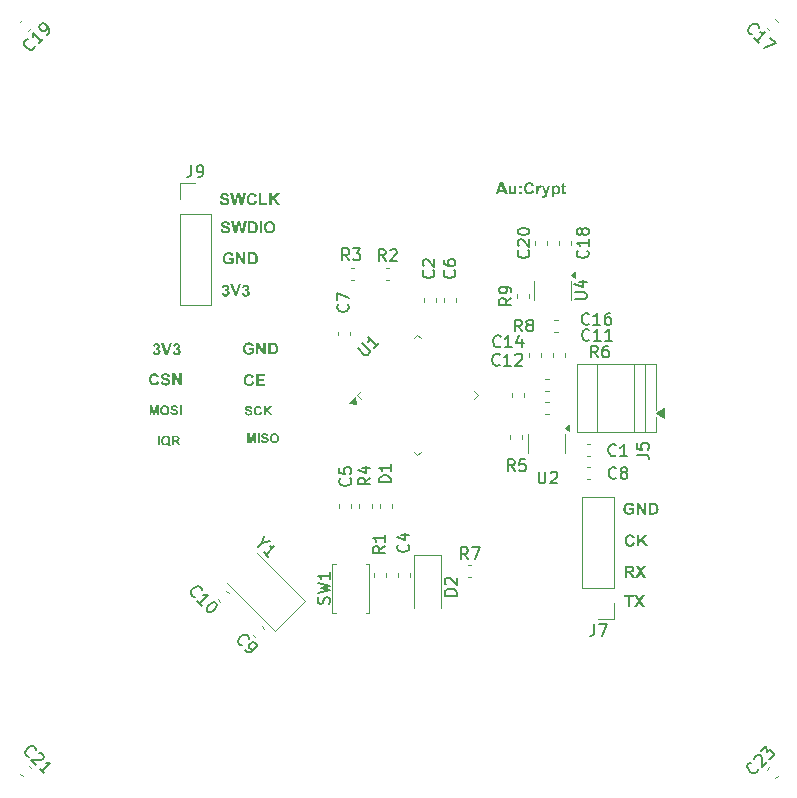
<source format=gbr>
%TF.GenerationSoftware,KiCad,Pcbnew,9.0.0*%
%TF.CreationDate,2025-07-07T00:26:12+07:00*%
%TF.ProjectId,MiniDrone_aDat,4d696e69-4472-46f6-9e65-5f614461742e,rev?*%
%TF.SameCoordinates,Original*%
%TF.FileFunction,Legend,Top*%
%TF.FilePolarity,Positive*%
%FSLAX45Y45*%
G04 Gerber Fmt 4.5, Leading zero omitted, Abs format (unit mm)*
G04 Created by KiCad (PCBNEW 9.0.0) date 2025-07-07 00:26:12*
%MOMM*%
%LPD*%
G01*
G04 APERTURE LIST*
%ADD10C,0.200000*%
%ADD11C,0.150000*%
%ADD12C,0.120000*%
G04 APERTURE END LIST*
D10*
G36*
X8231400Y-10237900D02*
G01*
X8231400Y-10157554D01*
X8247578Y-10157554D01*
X8247578Y-10237900D01*
X8231400Y-10237900D01*
G37*
G36*
X8305826Y-10156781D02*
G01*
X8312105Y-10158146D01*
X8317650Y-10160336D01*
X8322569Y-10163334D01*
X8326938Y-10167172D01*
X8330555Y-10171656D01*
X8333427Y-10176825D01*
X8335557Y-10182780D01*
X8336902Y-10189652D01*
X8337377Y-10197595D01*
X8337030Y-10204454D01*
X8336044Y-10210485D01*
X8334480Y-10215791D01*
X8332779Y-10219654D01*
X8330467Y-10223513D01*
X8327485Y-10227393D01*
X8333691Y-10231200D01*
X8340439Y-10234148D01*
X8334480Y-10246028D01*
X8330879Y-10244758D01*
X8327324Y-10243068D01*
X8316557Y-10236019D01*
X8311213Y-10237908D01*
X8305426Y-10239066D01*
X8299123Y-10239463D01*
X8291687Y-10238978D01*
X8285205Y-10237594D01*
X8279535Y-10235386D01*
X8274557Y-10232380D01*
X8270185Y-10228550D01*
X8266564Y-10224049D01*
X8263686Y-10218850D01*
X8261550Y-10212849D01*
X8260199Y-10205913D01*
X8259722Y-10197883D01*
X8259733Y-10197693D01*
X8276389Y-10197693D01*
X8276846Y-10204834D01*
X8278099Y-10210556D01*
X8280016Y-10215119D01*
X8282534Y-10218732D01*
X8285845Y-10221808D01*
X8289486Y-10223959D01*
X8293529Y-10225260D01*
X8298083Y-10225707D01*
X8301505Y-10225413D01*
X8304697Y-10224545D01*
X8299683Y-10221613D01*
X8294698Y-10219455D01*
X8299231Y-10210076D01*
X8304411Y-10212201D01*
X8309488Y-10214960D01*
X8314481Y-10218390D01*
X8317170Y-10214414D01*
X8319151Y-10209543D01*
X8320298Y-10204138D01*
X8320709Y-10197639D01*
X8320255Y-10190598D01*
X8319007Y-10184960D01*
X8317098Y-10180468D01*
X8314589Y-10176913D01*
X8311304Y-10173922D01*
X8307602Y-10171806D01*
X8303401Y-10170510D01*
X8298576Y-10170059D01*
X8293755Y-10170512D01*
X8289548Y-10171814D01*
X8285836Y-10173944D01*
X8282534Y-10176957D01*
X8280012Y-10180532D01*
X8278095Y-10185036D01*
X8276844Y-10190672D01*
X8276389Y-10197693D01*
X8259733Y-10197693D01*
X8260199Y-10189883D01*
X8261552Y-10182963D01*
X8263693Y-10176967D01*
X8266580Y-10171764D01*
X8270215Y-10167250D01*
X8274606Y-10163386D01*
X8279556Y-10160368D01*
X8285142Y-10158161D01*
X8291474Y-10156785D01*
X8298684Y-10156303D01*
X8305826Y-10156781D01*
G37*
G36*
X8392828Y-10157860D02*
G01*
X8398838Y-10158642D01*
X8402829Y-10159723D01*
X8406435Y-10161533D01*
X8409522Y-10164079D01*
X8412149Y-10167441D01*
X8414075Y-10171269D01*
X8415245Y-10175468D01*
X8415647Y-10180127D01*
X8415292Y-10184600D01*
X8414275Y-10188526D01*
X8412629Y-10192000D01*
X8410342Y-10195094D01*
X8407527Y-10197652D01*
X8404033Y-10199760D01*
X8399740Y-10201405D01*
X8394495Y-10202534D01*
X8399390Y-10205830D01*
X8403156Y-10209260D01*
X8406726Y-10213722D01*
X8412369Y-10222268D01*
X8422148Y-10237900D01*
X8402804Y-10237900D01*
X8391110Y-10220442D01*
X8385269Y-10212019D01*
X8382586Y-10208679D01*
X8380159Y-10206590D01*
X8377721Y-10205352D01*
X8374773Y-10204718D01*
X8369578Y-10204448D01*
X8366300Y-10204448D01*
X8366300Y-10237900D01*
X8350121Y-10237900D01*
X8350121Y-10191631D01*
X8366300Y-10191631D01*
X8378268Y-10191631D01*
X8388845Y-10191294D01*
X8392805Y-10190634D01*
X8395399Y-10189264D01*
X8397338Y-10187195D01*
X8398546Y-10184533D01*
X8398980Y-10181094D01*
X8398719Y-10178433D01*
X8397989Y-10176257D01*
X8396820Y-10174465D01*
X8394289Y-10172443D01*
X8390729Y-10171275D01*
X8378922Y-10170997D01*
X8366300Y-10170997D01*
X8366300Y-10191631D01*
X8350121Y-10191631D01*
X8350121Y-10157554D01*
X8384169Y-10157554D01*
X8392828Y-10157860D01*
G37*
G36*
X9002518Y-9432766D02*
G01*
X9002518Y-9415962D01*
X9046097Y-9415962D01*
X9046097Y-9456024D01*
X9041587Y-9459694D01*
X9035555Y-9463296D01*
X9027687Y-9466801D01*
X9019546Y-9469403D01*
X9011424Y-9470943D01*
X9003263Y-9471454D01*
X8995413Y-9471012D01*
X8988290Y-9469735D01*
X8981803Y-9467671D01*
X8975871Y-9464841D01*
X8970380Y-9461165D01*
X8965659Y-9456818D01*
X8961648Y-9451759D01*
X8958316Y-9445912D01*
X8955073Y-9437534D01*
X8953110Y-9428645D01*
X8952442Y-9419137D01*
X8952875Y-9411303D01*
X8954133Y-9404091D01*
X8956179Y-9397424D01*
X8959000Y-9391232D01*
X8962662Y-9385481D01*
X8967048Y-9380479D01*
X8972200Y-9376166D01*
X8978198Y-9372511D01*
X8984803Y-9369832D01*
X8992710Y-9368118D01*
X9002176Y-9367504D01*
X9011620Y-9368068D01*
X9019457Y-9369636D01*
X9025947Y-9372069D01*
X9031308Y-9375289D01*
X9036060Y-9379526D01*
X9039863Y-9384462D01*
X9042779Y-9390181D01*
X9044803Y-9396813D01*
X9024720Y-9400721D01*
X9022861Y-9396057D01*
X9020219Y-9392188D01*
X9016758Y-9388998D01*
X9012670Y-9386663D01*
X9007866Y-9385211D01*
X9002176Y-9384699D01*
X8995666Y-9385269D01*
X8990092Y-9386895D01*
X8985280Y-9389518D01*
X8981104Y-9393174D01*
X8977870Y-9397590D01*
X8975433Y-9403085D01*
X8973854Y-9409894D01*
X8973282Y-9418307D01*
X8973869Y-9427427D01*
X8975481Y-9434754D01*
X8977952Y-9440614D01*
X8981202Y-9445271D01*
X8985462Y-9449196D01*
X8990263Y-9451971D01*
X8995711Y-9453669D01*
X9001969Y-9454259D01*
X9008273Y-9453641D01*
X9014712Y-9451737D01*
X9020760Y-9448883D01*
X9025672Y-9445619D01*
X9025672Y-9432766D01*
X9002518Y-9432766D01*
G37*
G36*
X9064971Y-9469500D02*
G01*
X9064971Y-9369067D01*
X9084645Y-9369067D01*
X9125629Y-9436301D01*
X9125629Y-9369067D01*
X9144417Y-9369067D01*
X9144417Y-9469500D01*
X9124127Y-9469500D01*
X9083753Y-9403267D01*
X9083753Y-9469500D01*
X9064971Y-9469500D01*
G37*
G36*
X9214423Y-9369625D02*
G01*
X9221726Y-9370985D01*
X9227340Y-9373177D01*
X9232348Y-9376246D01*
X9236826Y-9380235D01*
X9240626Y-9384916D01*
X9243814Y-9390310D01*
X9246389Y-9396508D01*
X9248127Y-9403006D01*
X9249259Y-9410842D01*
X9249667Y-9420242D01*
X9249293Y-9428485D01*
X9248240Y-9435560D01*
X9246596Y-9441620D01*
X9243631Y-9448662D01*
X9240049Y-9454523D01*
X9235868Y-9459358D01*
X9232123Y-9462417D01*
X9227441Y-9465100D01*
X9221659Y-9467375D01*
X9214388Y-9468901D01*
X9203762Y-9469500D01*
X9165715Y-9469500D01*
X9165715Y-9452696D01*
X9185932Y-9452696D01*
X9201033Y-9452696D01*
X9208914Y-9452405D01*
X9213257Y-9451731D01*
X9217833Y-9450025D01*
X9221421Y-9447536D01*
X9223298Y-9445364D01*
X9225074Y-9442208D01*
X9226715Y-9437797D01*
X9228183Y-9430396D01*
X9228766Y-9419320D01*
X9228173Y-9408310D01*
X9226715Y-9401356D01*
X9224162Y-9395621D01*
X9220975Y-9391587D01*
X9216868Y-9388682D01*
X9211621Y-9386836D01*
X9206376Y-9386178D01*
X9195018Y-9385871D01*
X9185932Y-9385871D01*
X9185932Y-9452696D01*
X9165715Y-9452696D01*
X9165715Y-9369067D01*
X9202669Y-9369067D01*
X9214423Y-9369625D01*
G37*
G36*
X8756806Y-8171455D02*
G01*
X8776480Y-8169501D01*
X8778195Y-8175709D01*
X8780620Y-8180341D01*
X8783685Y-8183722D01*
X8787546Y-8186159D01*
X8792348Y-8187703D01*
X8798339Y-8188259D01*
X8804743Y-8187733D01*
X8809525Y-8186321D01*
X8813061Y-8184186D01*
X8815891Y-8181209D01*
X8817486Y-8178072D01*
X8818013Y-8174661D01*
X8817481Y-8171392D01*
X8815931Y-8168708D01*
X8813326Y-8166565D01*
X8808652Y-8164433D01*
X8792465Y-8159988D01*
X8781710Y-8156687D01*
X8774384Y-8153317D01*
X8769647Y-8149968D01*
X8765551Y-8145492D01*
X8762710Y-8140678D01*
X8761008Y-8135443D01*
X8760427Y-8129659D01*
X8760906Y-8124647D01*
X8762336Y-8119869D01*
X8764762Y-8115243D01*
X8768027Y-8111175D01*
X8772154Y-8107775D01*
X8777267Y-8105015D01*
X8782819Y-8103132D01*
X8789332Y-8101931D01*
X8796972Y-8101504D01*
X8806533Y-8102118D01*
X8814240Y-8103807D01*
X8820424Y-8106400D01*
X8825359Y-8109814D01*
X8829532Y-8114278D01*
X8832565Y-8119375D01*
X8834523Y-8125221D01*
X8835367Y-8131986D01*
X8815143Y-8132767D01*
X8813840Y-8127826D01*
X8811962Y-8124231D01*
X8809574Y-8121685D01*
X8806537Y-8119923D01*
X8802381Y-8118749D01*
X8796770Y-8118308D01*
X8790988Y-8118767D01*
X8786476Y-8120018D01*
X8782970Y-8121941D01*
X8781170Y-8123689D01*
X8780119Y-8125731D01*
X8779759Y-8128169D01*
X8780490Y-8131438D01*
X8782763Y-8134269D01*
X8785640Y-8136037D01*
X8791357Y-8138269D01*
X8801344Y-8141029D01*
X8815059Y-8144917D01*
X8823167Y-8148301D01*
X8827582Y-8151122D01*
X8831246Y-8154507D01*
X8834231Y-8158492D01*
X8836390Y-8162967D01*
X8837749Y-8168235D01*
X8838230Y-8174466D01*
X8837702Y-8180073D01*
X8836124Y-8185425D01*
X8833449Y-8190610D01*
X8829850Y-8195168D01*
X8825381Y-8198880D01*
X8819924Y-8201796D01*
X8813981Y-8203739D01*
X8806793Y-8205000D01*
X8798132Y-8205454D01*
X8788547Y-8204825D01*
X8780679Y-8203079D01*
X8774231Y-8200371D01*
X8768963Y-8196771D01*
X8764527Y-8192114D01*
X8761013Y-8186464D01*
X8758414Y-8179654D01*
X8756806Y-8171455D01*
G37*
G36*
X8869438Y-8203500D02*
G01*
X8845527Y-8103067D01*
X8866227Y-8103067D01*
X8881327Y-8172054D01*
X8899633Y-8103067D01*
X8923679Y-8103067D01*
X8941234Y-8173220D01*
X8956603Y-8103067D01*
X8976960Y-8103067D01*
X8952640Y-8203500D01*
X8931189Y-8203500D01*
X8911247Y-8128414D01*
X8891365Y-8203500D01*
X8869438Y-8203500D01*
G37*
G36*
X9051393Y-8166375D02*
G01*
X9071000Y-8172628D01*
X9068202Y-8180729D01*
X9064747Y-8187371D01*
X9060682Y-8192766D01*
X9056003Y-8197076D01*
X9050597Y-8200475D01*
X9044451Y-8202962D01*
X9037438Y-8204518D01*
X9029399Y-8205063D01*
X9021509Y-8204489D01*
X9014396Y-8202825D01*
X9007936Y-8200114D01*
X9002029Y-8196342D01*
X8996603Y-8191434D01*
X8992131Y-8185809D01*
X8988593Y-8179399D01*
X8985981Y-8172091D01*
X8984339Y-8163739D01*
X8983762Y-8154169D01*
X8984353Y-8143987D01*
X8986025Y-8135196D01*
X8988665Y-8127598D01*
X8992215Y-8121024D01*
X8996671Y-8115340D01*
X9002113Y-8110396D01*
X9008133Y-8106573D01*
X9014810Y-8103807D01*
X9022260Y-8102097D01*
X9030626Y-8101504D01*
X9039698Y-8102236D01*
X9047566Y-8104326D01*
X9054440Y-8107696D01*
X9060479Y-8112367D01*
X9064477Y-8117016D01*
X9067911Y-8123070D01*
X9070725Y-8130813D01*
X9050709Y-8135503D01*
X9049052Y-8130582D01*
X9046588Y-8126532D01*
X9043297Y-8123211D01*
X9039332Y-8120733D01*
X9034815Y-8119223D01*
X9029601Y-8118699D01*
X9024187Y-8119221D01*
X9019455Y-8120729D01*
X9015266Y-8123202D01*
X9011527Y-8126716D01*
X9008750Y-8130841D01*
X9006582Y-8136306D01*
X9005134Y-8143446D01*
X9004596Y-8152667D01*
X9005138Y-8162517D01*
X9006585Y-8170020D01*
X9008725Y-8175647D01*
X9011429Y-8179790D01*
X9015124Y-8183341D01*
X9019248Y-8185831D01*
X9023892Y-8187345D01*
X9029192Y-8187868D01*
X9034367Y-8187280D01*
X9038941Y-8185562D01*
X9043058Y-8182684D01*
X9046366Y-8178866D01*
X9049172Y-8173558D01*
X9051393Y-8166375D01*
G37*
G36*
X9088878Y-8203500D02*
G01*
X9088878Y-8104240D01*
X9109102Y-8104240D01*
X9109102Y-8186696D01*
X9159379Y-8186696D01*
X9159379Y-8203500D01*
X9088878Y-8203500D01*
G37*
G36*
X9174095Y-8203500D02*
G01*
X9174095Y-8103067D01*
X9194312Y-8103067D01*
X9194312Y-8147428D01*
X9235162Y-8103067D01*
X9262352Y-8103067D01*
X9224641Y-8142109D01*
X9264404Y-8203500D01*
X9238239Y-8203500D01*
X9210707Y-8156440D01*
X9194312Y-8173226D01*
X9194312Y-8203500D01*
X9174095Y-8203500D01*
G37*
G36*
X8984673Y-10217900D02*
G01*
X8984673Y-10137554D01*
X9008883Y-10137554D01*
X9023420Y-10192362D01*
X9037791Y-10137554D01*
X9062059Y-10137554D01*
X9062059Y-10217900D01*
X9047028Y-10217900D01*
X9047028Y-10154656D01*
X9031128Y-10217900D01*
X9015550Y-10217900D01*
X8999704Y-10154656D01*
X8999704Y-10217900D01*
X8984673Y-10217900D01*
G37*
G36*
X9077642Y-10217900D02*
G01*
X9077642Y-10137554D01*
X9093820Y-10137554D01*
X9093820Y-10217900D01*
X9077642Y-10217900D01*
G37*
G36*
X9105144Y-10192264D02*
G01*
X9120883Y-10190701D01*
X9122255Y-10195668D01*
X9124195Y-10199373D01*
X9126647Y-10202078D01*
X9129736Y-10204028D01*
X9133577Y-10205263D01*
X9138370Y-10205707D01*
X9143493Y-10205286D01*
X9147319Y-10204157D01*
X9150148Y-10202449D01*
X9152411Y-10200067D01*
X9153688Y-10197558D01*
X9154109Y-10194829D01*
X9153684Y-10192213D01*
X9152444Y-10190066D01*
X9150360Y-10188352D01*
X9146621Y-10186647D01*
X9133671Y-10183091D01*
X9125067Y-10180450D01*
X9119206Y-10177754D01*
X9115416Y-10175074D01*
X9112139Y-10171493D01*
X9109867Y-10167643D01*
X9108505Y-10163454D01*
X9108040Y-10158827D01*
X9108423Y-10154818D01*
X9109568Y-10150995D01*
X9111509Y-10147294D01*
X9114121Y-10144040D01*
X9117422Y-10141320D01*
X9121513Y-10139112D01*
X9125954Y-10137606D01*
X9131165Y-10136645D01*
X9137276Y-10136303D01*
X9144925Y-10136795D01*
X9151091Y-10138146D01*
X9156038Y-10140220D01*
X9159986Y-10142952D01*
X9163324Y-10146523D01*
X9165751Y-10150600D01*
X9167317Y-10155277D01*
X9167992Y-10160689D01*
X9151814Y-10161314D01*
X9150771Y-10157361D01*
X9149268Y-10154485D01*
X9147359Y-10152448D01*
X9144928Y-10151039D01*
X9141604Y-10150099D01*
X9137115Y-10149746D01*
X9132489Y-10150114D01*
X9128880Y-10151115D01*
X9126075Y-10152653D01*
X9124635Y-10154051D01*
X9123794Y-10155684D01*
X9123506Y-10157636D01*
X9124091Y-10160251D01*
X9125909Y-10162515D01*
X9128211Y-10163930D01*
X9132784Y-10165716D01*
X9140774Y-10167923D01*
X9151746Y-10171033D01*
X9158232Y-10173741D01*
X9161765Y-10175998D01*
X9164695Y-10178706D01*
X9167084Y-10181894D01*
X9168811Y-10185474D01*
X9169898Y-10189688D01*
X9170283Y-10194673D01*
X9169861Y-10199159D01*
X9168598Y-10203440D01*
X9166458Y-10207588D01*
X9163579Y-10211234D01*
X9160003Y-10214204D01*
X9155638Y-10216537D01*
X9150884Y-10218092D01*
X9145134Y-10219100D01*
X9138204Y-10219463D01*
X9130536Y-10218960D01*
X9124242Y-10217563D01*
X9119084Y-10215397D01*
X9114869Y-10212517D01*
X9111320Y-10208791D01*
X9108509Y-10204271D01*
X9106430Y-10198823D01*
X9105144Y-10192264D01*
G37*
G36*
X9226429Y-10136783D02*
G01*
X9232689Y-10138160D01*
X9238256Y-10140375D01*
X9243230Y-10143419D01*
X9247684Y-10147328D01*
X9251376Y-10151883D01*
X9254301Y-10157113D01*
X9256467Y-10163118D01*
X9257832Y-10170026D01*
X9258313Y-10177991D01*
X9257837Y-10185887D01*
X9256483Y-10192746D01*
X9254335Y-10198716D01*
X9251432Y-10203924D01*
X9247767Y-10208467D01*
X9243346Y-10212365D01*
X9238403Y-10215400D01*
X9232863Y-10217610D01*
X9226626Y-10218984D01*
X9219566Y-10219463D01*
X9212407Y-10218984D01*
X9206102Y-10217611D01*
X9200523Y-10215408D01*
X9195565Y-10212389D01*
X9191151Y-10208521D01*
X9187477Y-10203994D01*
X9184573Y-10198823D01*
X9182428Y-10192915D01*
X9181079Y-10186147D01*
X9180605Y-10178377D01*
X9180635Y-10177830D01*
X9197272Y-10177830D01*
X9197731Y-10184762D01*
X9199000Y-10190392D01*
X9200958Y-10194952D01*
X9203554Y-10198629D01*
X9206934Y-10201745D01*
X9210665Y-10203928D01*
X9214820Y-10205251D01*
X9219513Y-10205707D01*
X9224209Y-10205253D01*
X9228350Y-10203937D01*
X9232051Y-10201770D01*
X9235389Y-10198683D01*
X9237935Y-10195042D01*
X9239871Y-10190462D01*
X9241133Y-10184736D01*
X9241592Y-10177610D01*
X9241142Y-10170553D01*
X9239909Y-10164913D01*
X9238025Y-10160431D01*
X9235555Y-10156893D01*
X9232311Y-10153920D01*
X9228622Y-10151809D01*
X9224399Y-10150512D01*
X9219513Y-10150059D01*
X9214635Y-10150515D01*
X9210399Y-10151824D01*
X9206681Y-10153961D01*
X9203393Y-10156976D01*
X9200884Y-10160559D01*
X9198974Y-10165081D01*
X9197727Y-10170753D01*
X9197272Y-10177830D01*
X9180635Y-10177830D01*
X9181057Y-10170236D01*
X9182315Y-10163430D01*
X9184268Y-10157753D01*
X9187493Y-10151931D01*
X9191723Y-10146728D01*
X9195040Y-10143700D01*
X9198486Y-10141303D01*
X9202084Y-10139483D01*
X9207167Y-10137759D01*
X9212889Y-10136680D01*
X9219352Y-10136303D01*
X9226429Y-10136783D01*
G37*
G36*
X12237380Y-11258450D02*
G01*
X12244891Y-11259428D01*
X12249880Y-11260778D01*
X12254388Y-11263041D01*
X12258247Y-11266223D01*
X12261531Y-11270426D01*
X12263938Y-11275211D01*
X12265400Y-11280460D01*
X12265903Y-11286283D01*
X12265460Y-11291874D01*
X12264188Y-11296783D01*
X12262131Y-11301125D01*
X12259272Y-11304992D01*
X12255753Y-11308190D01*
X12251385Y-11310825D01*
X12246019Y-11312881D01*
X12239463Y-11314292D01*
X12245582Y-11318412D01*
X12250290Y-11322700D01*
X12254752Y-11328277D01*
X12261806Y-11338960D01*
X12274030Y-11358500D01*
X12249850Y-11358500D01*
X12235232Y-11336677D01*
X12227931Y-11326148D01*
X12224577Y-11321973D01*
X12221543Y-11319363D01*
X12218495Y-11317815D01*
X12214810Y-11317023D01*
X12208316Y-11316686D01*
X12204219Y-11316686D01*
X12204219Y-11358500D01*
X12183996Y-11358500D01*
X12183996Y-11300663D01*
X12204219Y-11300663D01*
X12219179Y-11300663D01*
X12232400Y-11300242D01*
X12237351Y-11299418D01*
X12240593Y-11297705D01*
X12243017Y-11295119D01*
X12244527Y-11291791D01*
X12245069Y-11287492D01*
X12244744Y-11284167D01*
X12243831Y-11281447D01*
X12242370Y-11279206D01*
X12239206Y-11276678D01*
X12234756Y-11275219D01*
X12219997Y-11274871D01*
X12204219Y-11274871D01*
X12204219Y-11300663D01*
X12183996Y-11300663D01*
X12183996Y-11258067D01*
X12226555Y-11258067D01*
X12237380Y-11258450D01*
G37*
G36*
X12274769Y-11358500D02*
G01*
X12309415Y-11306256D01*
X12277981Y-11258067D01*
X12301617Y-11258067D01*
X12321444Y-11288121D01*
X12341374Y-11258067D01*
X12364803Y-11258067D01*
X12333326Y-11306128D01*
X12367880Y-11358500D01*
X12343493Y-11358500D01*
X12321303Y-11324483D01*
X12299022Y-11358500D01*
X12274769Y-11358500D01*
G37*
G36*
X8188007Y-9446542D02*
G01*
X8206588Y-9444191D01*
X8207584Y-9448973D01*
X8209199Y-9452677D01*
X8211369Y-9455518D01*
X8214164Y-9457702D01*
X8217270Y-9458991D01*
X8220797Y-9459432D01*
X8224563Y-9458927D01*
X8227856Y-9457446D01*
X8230805Y-9454919D01*
X8233000Y-9451686D01*
X8234378Y-9447695D01*
X8234871Y-9442738D01*
X8234399Y-9438049D01*
X8233080Y-9434283D01*
X8230976Y-9431240D01*
X8228159Y-9428861D01*
X8225033Y-9427469D01*
X8221481Y-9426996D01*
X8217647Y-9427321D01*
X8212670Y-9428431D01*
X8214788Y-9412928D01*
X8219867Y-9412597D01*
X8223734Y-9411437D01*
X8226671Y-9409569D01*
X8228936Y-9406954D01*
X8230298Y-9403846D01*
X8230774Y-9400093D01*
X8230416Y-9396867D01*
X8229405Y-9394242D01*
X8227764Y-9392082D01*
X8225595Y-9390449D01*
X8222976Y-9389445D01*
X8219777Y-9389090D01*
X8216633Y-9389472D01*
X8213862Y-9390591D01*
X8211369Y-9392479D01*
X8209434Y-9394946D01*
X8208005Y-9398180D01*
X8207138Y-9402376D01*
X8189442Y-9399397D01*
X8190983Y-9393388D01*
X8192858Y-9388584D01*
X8195011Y-9384791D01*
X8197773Y-9381454D01*
X8201204Y-9378596D01*
X8205391Y-9376200D01*
X8209928Y-9374484D01*
X8214880Y-9373430D01*
X8220321Y-9373067D01*
X8227267Y-9373672D01*
X8233253Y-9375400D01*
X8238456Y-9378193D01*
X8243005Y-9382092D01*
X8246152Y-9386008D01*
X8248322Y-9390053D01*
X8249607Y-9394282D01*
X8250039Y-9398774D01*
X8249489Y-9403722D01*
X8247870Y-9408203D01*
X8245140Y-9412341D01*
X8241142Y-9416210D01*
X8235622Y-9419828D01*
X8241055Y-9421605D01*
X8245595Y-9424352D01*
X8249385Y-9428107D01*
X8252223Y-9432630D01*
X8253948Y-9437752D01*
X8254545Y-9443635D01*
X8253934Y-9450040D01*
X8252145Y-9455847D01*
X8249172Y-9461185D01*
X8244910Y-9466148D01*
X8239822Y-9470206D01*
X8234208Y-9473086D01*
X8227962Y-9474846D01*
X8220937Y-9475454D01*
X8214229Y-9474922D01*
X8208320Y-9473391D01*
X8203075Y-9470911D01*
X8198388Y-9467461D01*
X8194409Y-9463186D01*
X8191373Y-9458339D01*
X8189233Y-9452832D01*
X8188007Y-9446542D01*
G37*
G36*
X8296243Y-9473500D02*
G01*
X8260450Y-9373067D01*
X8282377Y-9373067D01*
X8307723Y-9447317D01*
X8332245Y-9373067D01*
X8353695Y-9373067D01*
X8317828Y-9473500D01*
X8296243Y-9473500D01*
G37*
G36*
X8359075Y-9446542D02*
G01*
X8377656Y-9444191D01*
X8378652Y-9448973D01*
X8380267Y-9452677D01*
X8382437Y-9455518D01*
X8385232Y-9457702D01*
X8388338Y-9458991D01*
X8391865Y-9459432D01*
X8395631Y-9458927D01*
X8398924Y-9457446D01*
X8401872Y-9454919D01*
X8404068Y-9451686D01*
X8405446Y-9447695D01*
X8405939Y-9442738D01*
X8405466Y-9438049D01*
X8404147Y-9434283D01*
X8402043Y-9431240D01*
X8399227Y-9428861D01*
X8396101Y-9427469D01*
X8392548Y-9426996D01*
X8388715Y-9427321D01*
X8383737Y-9428431D01*
X8385856Y-9412928D01*
X8390934Y-9412597D01*
X8394801Y-9411437D01*
X8397739Y-9409569D01*
X8400004Y-9406954D01*
X8401366Y-9403846D01*
X8401842Y-9400093D01*
X8401483Y-9396867D01*
X8400472Y-9394242D01*
X8398832Y-9392082D01*
X8396663Y-9390449D01*
X8394043Y-9389445D01*
X8390845Y-9389090D01*
X8387701Y-9389472D01*
X8384930Y-9390591D01*
X8382437Y-9392479D01*
X8380501Y-9394946D01*
X8379072Y-9398180D01*
X8378205Y-9402376D01*
X8360510Y-9399397D01*
X8362050Y-9393388D01*
X8363926Y-9388584D01*
X8366079Y-9384791D01*
X8368841Y-9381454D01*
X8372271Y-9378596D01*
X8376459Y-9376200D01*
X8380995Y-9374484D01*
X8385947Y-9373430D01*
X8391388Y-9373067D01*
X8398335Y-9373672D01*
X8404321Y-9375400D01*
X8409524Y-9378193D01*
X8414072Y-9382092D01*
X8417220Y-9386008D01*
X8419389Y-9390053D01*
X8420674Y-9394282D01*
X8421107Y-9398774D01*
X8420557Y-9403722D01*
X8418938Y-9408203D01*
X8416208Y-9412341D01*
X8412210Y-9416210D01*
X8406690Y-9419828D01*
X8412123Y-9421605D01*
X8416662Y-9424352D01*
X8420453Y-9428107D01*
X8423291Y-9432630D01*
X8425015Y-9437752D01*
X8425613Y-9443635D01*
X8425002Y-9450040D01*
X8423213Y-9455847D01*
X8420239Y-9461185D01*
X8415977Y-9466148D01*
X8410889Y-9470206D01*
X8405276Y-9473086D01*
X8399029Y-9474846D01*
X8392005Y-9475454D01*
X8385296Y-9474922D01*
X8379388Y-9473391D01*
X8374143Y-9470911D01*
X8369455Y-9467461D01*
X8365476Y-9463186D01*
X8362441Y-9458339D01*
X8360301Y-9452832D01*
X8359075Y-9446542D01*
G37*
G36*
X8831518Y-8667766D02*
G01*
X8831518Y-8650962D01*
X8875097Y-8650962D01*
X8875097Y-8691024D01*
X8870587Y-8694694D01*
X8864555Y-8698296D01*
X8856687Y-8701801D01*
X8848546Y-8704403D01*
X8840424Y-8705943D01*
X8832263Y-8706454D01*
X8824413Y-8706012D01*
X8817290Y-8704735D01*
X8810803Y-8702671D01*
X8804871Y-8699841D01*
X8799380Y-8696165D01*
X8794659Y-8691818D01*
X8790648Y-8686759D01*
X8787316Y-8680912D01*
X8784073Y-8672534D01*
X8782110Y-8663645D01*
X8781442Y-8654137D01*
X8781875Y-8646303D01*
X8783133Y-8639091D01*
X8785179Y-8632424D01*
X8788000Y-8626232D01*
X8791662Y-8620481D01*
X8796048Y-8615479D01*
X8801200Y-8611166D01*
X8807198Y-8607511D01*
X8813803Y-8604832D01*
X8821710Y-8603118D01*
X8831176Y-8602504D01*
X8840620Y-8603068D01*
X8848457Y-8604636D01*
X8854947Y-8607069D01*
X8860308Y-8610289D01*
X8865060Y-8614526D01*
X8868863Y-8619462D01*
X8871779Y-8625181D01*
X8873803Y-8631813D01*
X8853720Y-8635721D01*
X8851861Y-8631057D01*
X8849219Y-8627188D01*
X8845758Y-8623998D01*
X8841670Y-8621663D01*
X8836866Y-8620211D01*
X8831176Y-8619699D01*
X8824666Y-8620269D01*
X8819092Y-8621895D01*
X8814280Y-8624518D01*
X8810104Y-8628174D01*
X8806870Y-8632590D01*
X8804433Y-8638085D01*
X8802854Y-8644894D01*
X8802282Y-8653307D01*
X8802869Y-8662427D01*
X8804481Y-8669754D01*
X8806952Y-8675614D01*
X8810202Y-8680271D01*
X8814462Y-8684196D01*
X8819263Y-8686971D01*
X8824711Y-8688669D01*
X8830969Y-8689259D01*
X8837273Y-8688641D01*
X8843712Y-8686737D01*
X8849760Y-8683883D01*
X8854672Y-8680619D01*
X8854672Y-8667766D01*
X8831518Y-8667766D01*
G37*
G36*
X8893971Y-8704500D02*
G01*
X8893971Y-8604067D01*
X8913645Y-8604067D01*
X8954629Y-8671301D01*
X8954629Y-8604067D01*
X8973417Y-8604067D01*
X8973417Y-8704500D01*
X8953127Y-8704500D01*
X8912753Y-8638267D01*
X8912753Y-8704500D01*
X8893971Y-8704500D01*
G37*
G36*
X9043423Y-8604625D02*
G01*
X9050726Y-8605985D01*
X9056340Y-8608177D01*
X9061348Y-8611246D01*
X9065826Y-8615235D01*
X9069626Y-8619916D01*
X9072814Y-8625310D01*
X9075389Y-8631508D01*
X9077127Y-8638006D01*
X9078259Y-8645842D01*
X9078667Y-8655242D01*
X9078293Y-8663485D01*
X9077240Y-8670560D01*
X9075596Y-8676620D01*
X9072631Y-8683662D01*
X9069049Y-8689523D01*
X9064868Y-8694358D01*
X9061123Y-8697417D01*
X9056441Y-8700100D01*
X9050659Y-8702375D01*
X9043388Y-8703901D01*
X9032762Y-8704500D01*
X8994715Y-8704500D01*
X8994715Y-8687696D01*
X9014932Y-8687696D01*
X9030033Y-8687696D01*
X9037914Y-8687405D01*
X9042257Y-8686731D01*
X9046833Y-8685025D01*
X9050421Y-8682536D01*
X9052298Y-8680364D01*
X9054074Y-8677208D01*
X9055715Y-8672797D01*
X9057183Y-8665396D01*
X9057766Y-8654320D01*
X9057173Y-8643310D01*
X9055715Y-8636356D01*
X9053162Y-8630621D01*
X9049975Y-8626587D01*
X9045868Y-8623682D01*
X9040621Y-8621836D01*
X9035376Y-8621178D01*
X9024018Y-8620871D01*
X9014932Y-8620871D01*
X9014932Y-8687696D01*
X8994715Y-8687696D01*
X8994715Y-8604067D01*
X9031669Y-8604067D01*
X9043423Y-8604625D01*
G37*
G36*
X8773007Y-8950542D02*
G01*
X8791588Y-8948191D01*
X8792584Y-8952973D01*
X8794199Y-8956677D01*
X8796369Y-8959518D01*
X8799164Y-8961702D01*
X8802270Y-8962991D01*
X8805797Y-8963432D01*
X8809563Y-8962927D01*
X8812856Y-8961446D01*
X8815805Y-8958919D01*
X8818001Y-8955686D01*
X8819378Y-8951695D01*
X8819871Y-8946738D01*
X8819399Y-8942049D01*
X8818080Y-8938283D01*
X8815976Y-8935240D01*
X8813159Y-8932861D01*
X8810033Y-8931469D01*
X8806481Y-8930996D01*
X8802647Y-8931321D01*
X8797670Y-8932431D01*
X8799789Y-8916928D01*
X8804867Y-8916597D01*
X8808734Y-8915437D01*
X8811671Y-8913569D01*
X8813937Y-8910954D01*
X8815299Y-8907846D01*
X8815774Y-8904093D01*
X8815416Y-8900867D01*
X8814405Y-8898242D01*
X8812764Y-8896082D01*
X8810595Y-8894449D01*
X8807976Y-8893445D01*
X8804777Y-8893090D01*
X8801633Y-8893472D01*
X8798862Y-8894591D01*
X8796369Y-8896479D01*
X8794434Y-8898946D01*
X8793005Y-8902180D01*
X8792138Y-8906376D01*
X8774442Y-8903397D01*
X8775983Y-8897388D01*
X8777858Y-8892584D01*
X8780011Y-8888791D01*
X8782773Y-8885454D01*
X8786204Y-8882596D01*
X8790391Y-8880200D01*
X8794928Y-8878484D01*
X8799880Y-8877430D01*
X8805321Y-8877067D01*
X8812268Y-8877672D01*
X8818253Y-8879400D01*
X8823456Y-8882193D01*
X8828005Y-8886092D01*
X8831152Y-8890008D01*
X8833322Y-8894053D01*
X8834607Y-8898282D01*
X8835039Y-8902774D01*
X8834489Y-8907722D01*
X8832870Y-8912203D01*
X8830140Y-8916341D01*
X8826142Y-8920210D01*
X8820622Y-8923828D01*
X8826055Y-8925605D01*
X8830595Y-8928352D01*
X8834386Y-8932107D01*
X8837224Y-8936630D01*
X8838948Y-8941752D01*
X8839545Y-8947635D01*
X8838934Y-8954040D01*
X8837145Y-8959847D01*
X8834172Y-8965185D01*
X8829910Y-8970148D01*
X8824822Y-8974206D01*
X8819208Y-8977086D01*
X8812962Y-8978846D01*
X8805937Y-8979454D01*
X8799229Y-8978922D01*
X8793321Y-8977391D01*
X8788075Y-8974911D01*
X8783388Y-8971461D01*
X8779409Y-8967186D01*
X8776373Y-8962339D01*
X8774234Y-8956832D01*
X8773007Y-8950542D01*
G37*
G36*
X8881244Y-8977500D02*
G01*
X8845450Y-8877067D01*
X8867377Y-8877067D01*
X8892723Y-8951317D01*
X8917245Y-8877067D01*
X8938696Y-8877067D01*
X8902829Y-8977500D01*
X8881244Y-8977500D01*
G37*
G36*
X8944075Y-8950542D02*
G01*
X8962656Y-8948191D01*
X8963652Y-8952973D01*
X8965267Y-8956677D01*
X8967437Y-8959518D01*
X8970232Y-8961702D01*
X8973338Y-8962991D01*
X8976865Y-8963432D01*
X8980631Y-8962927D01*
X8983924Y-8961446D01*
X8986872Y-8958919D01*
X8989068Y-8955686D01*
X8990446Y-8951695D01*
X8990939Y-8946738D01*
X8990466Y-8942049D01*
X8989147Y-8938283D01*
X8987043Y-8935240D01*
X8984227Y-8932861D01*
X8981101Y-8931469D01*
X8977548Y-8930996D01*
X8973715Y-8931321D01*
X8968737Y-8932431D01*
X8970856Y-8916928D01*
X8975934Y-8916597D01*
X8979801Y-8915437D01*
X8982739Y-8913569D01*
X8985004Y-8910954D01*
X8986366Y-8907846D01*
X8986842Y-8904093D01*
X8986483Y-8900867D01*
X8985472Y-8898242D01*
X8983832Y-8896082D01*
X8981663Y-8894449D01*
X8979043Y-8893445D01*
X8975845Y-8893090D01*
X8972701Y-8893472D01*
X8969930Y-8894591D01*
X8967437Y-8896479D01*
X8965501Y-8898946D01*
X8964073Y-8902180D01*
X8963205Y-8906376D01*
X8945510Y-8903397D01*
X8947050Y-8897388D01*
X8948926Y-8892584D01*
X8951079Y-8888791D01*
X8953841Y-8885454D01*
X8957271Y-8882596D01*
X8961459Y-8880200D01*
X8965996Y-8878484D01*
X8970948Y-8877430D01*
X8976388Y-8877067D01*
X8983335Y-8877672D01*
X8989321Y-8879400D01*
X8994524Y-8882193D01*
X8999072Y-8886092D01*
X9002220Y-8890008D01*
X9004389Y-8894053D01*
X9005674Y-8898282D01*
X9006107Y-8902774D01*
X9005557Y-8907722D01*
X9003938Y-8912203D01*
X9001208Y-8916341D01*
X8997210Y-8920210D01*
X8991690Y-8923828D01*
X8997123Y-8925605D01*
X9001662Y-8928352D01*
X9005453Y-8932107D01*
X9008291Y-8936630D01*
X9010015Y-8941752D01*
X9010613Y-8947635D01*
X9010002Y-8954040D01*
X9008213Y-8959847D01*
X9005239Y-8965185D01*
X9000977Y-8970148D01*
X8995889Y-8974206D01*
X8990276Y-8977086D01*
X8984029Y-8978846D01*
X8977005Y-8979454D01*
X8970296Y-8978922D01*
X8964388Y-8977391D01*
X8959143Y-8974911D01*
X8954455Y-8971461D01*
X8950477Y-8967186D01*
X8947441Y-8962339D01*
X8945301Y-8956832D01*
X8944075Y-8950542D01*
G37*
G36*
X11192238Y-8112500D02*
G01*
X11170237Y-8112500D01*
X11161494Y-8089834D01*
X11121468Y-8089834D01*
X11113201Y-8112500D01*
X11091750Y-8112500D01*
X11107079Y-8073030D01*
X11127684Y-8073030D01*
X11155009Y-8073030D01*
X11141209Y-8035515D01*
X11127684Y-8073030D01*
X11107079Y-8073030D01*
X11130756Y-8012067D01*
X11152139Y-8012067D01*
X11192238Y-8112500D01*
G37*
G36*
X11250563Y-8112500D02*
G01*
X11250563Y-8101637D01*
X11247660Y-8105235D01*
X11244204Y-8108330D01*
X11240140Y-8110949D01*
X11235730Y-8112906D01*
X11231209Y-8114066D01*
X11226517Y-8114454D01*
X11221725Y-8114082D01*
X11217377Y-8112999D01*
X11213395Y-8111224D01*
X11209848Y-8108752D01*
X11207074Y-8105747D01*
X11204993Y-8102150D01*
X11203649Y-8098159D01*
X11202738Y-8092878D01*
X11202398Y-8086000D01*
X11202398Y-8039813D01*
X11221596Y-8039813D01*
X11221596Y-8073274D01*
X11221959Y-8087197D01*
X11222652Y-8092093D01*
X11224159Y-8095213D01*
X11226511Y-8097583D01*
X11229590Y-8099070D01*
X11233618Y-8099604D01*
X11238303Y-8098921D01*
X11242429Y-8096899D01*
X11245746Y-8093817D01*
X11247760Y-8090176D01*
X11248713Y-8084747D01*
X11249195Y-8070533D01*
X11249195Y-8039813D01*
X11268392Y-8039813D01*
X11268392Y-8112500D01*
X11250563Y-8112500D01*
G37*
G36*
X11291986Y-8058962D02*
G01*
X11291986Y-8039813D01*
X11311178Y-8039813D01*
X11311178Y-8058962D01*
X11291986Y-8058962D01*
G37*
G36*
X11291986Y-8112500D02*
G01*
X11291986Y-8093351D01*
X11311178Y-8093351D01*
X11311178Y-8112500D01*
X11291986Y-8112500D01*
G37*
G36*
X11399111Y-8075375D02*
G01*
X11418718Y-8081628D01*
X11415920Y-8089729D01*
X11412465Y-8096371D01*
X11408400Y-8101766D01*
X11403721Y-8106076D01*
X11398315Y-8109475D01*
X11392169Y-8111962D01*
X11385156Y-8113518D01*
X11377117Y-8114063D01*
X11369227Y-8113489D01*
X11362114Y-8111825D01*
X11355654Y-8109114D01*
X11349747Y-8105342D01*
X11344321Y-8100434D01*
X11339849Y-8094809D01*
X11336311Y-8088399D01*
X11333699Y-8081091D01*
X11332057Y-8072739D01*
X11331480Y-8063169D01*
X11332071Y-8052987D01*
X11333743Y-8044196D01*
X11336383Y-8036598D01*
X11339933Y-8030024D01*
X11344389Y-8024340D01*
X11349831Y-8019396D01*
X11355851Y-8015573D01*
X11362528Y-8012807D01*
X11369978Y-8011097D01*
X11378344Y-8010504D01*
X11387416Y-8011236D01*
X11395284Y-8013326D01*
X11402158Y-8016696D01*
X11408197Y-8021367D01*
X11412195Y-8026016D01*
X11415629Y-8032070D01*
X11418443Y-8039813D01*
X11398427Y-8044503D01*
X11396770Y-8039582D01*
X11394306Y-8035532D01*
X11391015Y-8032211D01*
X11387050Y-8029733D01*
X11382533Y-8028223D01*
X11377319Y-8027699D01*
X11371905Y-8028221D01*
X11367173Y-8029729D01*
X11362984Y-8032202D01*
X11359245Y-8035716D01*
X11356468Y-8039841D01*
X11354300Y-8045306D01*
X11352852Y-8052446D01*
X11352314Y-8061667D01*
X11352856Y-8071517D01*
X11354303Y-8079020D01*
X11356443Y-8084647D01*
X11359147Y-8088790D01*
X11362842Y-8092341D01*
X11366966Y-8094831D01*
X11371610Y-8096345D01*
X11376910Y-8096868D01*
X11382085Y-8096280D01*
X11386659Y-8094562D01*
X11390776Y-8091684D01*
X11394084Y-8087866D01*
X11396890Y-8082558D01*
X11399111Y-8075375D01*
G37*
G36*
X11454292Y-8112500D02*
G01*
X11435094Y-8112500D01*
X11435094Y-8039813D01*
X11452924Y-8039813D01*
X11452924Y-8050126D01*
X11457634Y-8043601D01*
X11461155Y-8040338D01*
X11465033Y-8038487D01*
X11469453Y-8037859D01*
X11473730Y-8038253D01*
X11477922Y-8039442D01*
X11482093Y-8041474D01*
X11476152Y-8058193D01*
X11471283Y-8055774D01*
X11467133Y-8055054D01*
X11463359Y-8055631D01*
X11460300Y-8057295D01*
X11457958Y-8060154D01*
X11455898Y-8065385D01*
X11454811Y-8072821D01*
X11454292Y-8089907D01*
X11454292Y-8112500D01*
G37*
G36*
X11481250Y-8039813D02*
G01*
X11501675Y-8039813D01*
X11519022Y-8091550D01*
X11535967Y-8039813D01*
X11555842Y-8039813D01*
X11530227Y-8109807D01*
X11525653Y-8122685D01*
X11523023Y-8128602D01*
X11520836Y-8132369D01*
X11518339Y-8135436D01*
X11515572Y-8137797D01*
X11512361Y-8139604D01*
X11508263Y-8141040D01*
X11503770Y-8141895D01*
X11498463Y-8142200D01*
X11492972Y-8141910D01*
X11487600Y-8141046D01*
X11485891Y-8126061D01*
X11490303Y-8126749D01*
X11494018Y-8126959D01*
X11498301Y-8126467D01*
X11501515Y-8125123D01*
X11503922Y-8122990D01*
X11506688Y-8118626D01*
X11508843Y-8112891D01*
X11481250Y-8039813D01*
G37*
G36*
X11614147Y-8038486D02*
G01*
X11619668Y-8040326D01*
X11624760Y-8043407D01*
X11629512Y-8047867D01*
X11633204Y-8053070D01*
X11635948Y-8059306D01*
X11637697Y-8066778D01*
X11638323Y-8075741D01*
X11637689Y-8084960D01*
X11635920Y-8092620D01*
X11633153Y-8098987D01*
X11629438Y-8104275D01*
X11624644Y-8108822D01*
X11619527Y-8111954D01*
X11614000Y-8113820D01*
X11607927Y-8114454D01*
X11602127Y-8113841D01*
X11597027Y-8112060D01*
X11592275Y-8109016D01*
X11586751Y-8103860D01*
X11586751Y-8140246D01*
X11567553Y-8140246D01*
X11567553Y-8074740D01*
X11586543Y-8074740D01*
X11587184Y-8082978D01*
X11588877Y-8088962D01*
X11591391Y-8093235D01*
X11594955Y-8096623D01*
X11598845Y-8098562D01*
X11603213Y-8099213D01*
X11607417Y-8098605D01*
X11611076Y-8096814D01*
X11614344Y-8093724D01*
X11616616Y-8089785D01*
X11618184Y-8083996D01*
X11618789Y-8075717D01*
X11618187Y-8068035D01*
X11616590Y-8062418D01*
X11614210Y-8058376D01*
X11610845Y-8055176D01*
X11607116Y-8053332D01*
X11602871Y-8052709D01*
X11598438Y-8053330D01*
X11594598Y-8055151D01*
X11591190Y-8058272D01*
X11588750Y-8062245D01*
X11587142Y-8067597D01*
X11586543Y-8074740D01*
X11567553Y-8074740D01*
X11567553Y-8039813D01*
X11585450Y-8039813D01*
X11585450Y-8050468D01*
X11589512Y-8045514D01*
X11594878Y-8041431D01*
X11598964Y-8039454D01*
X11603333Y-8038264D01*
X11608061Y-8037859D01*
X11614147Y-8038486D01*
G37*
G36*
X11686854Y-8039813D02*
G01*
X11686854Y-8055054D01*
X11673738Y-8055054D01*
X11673738Y-8084571D01*
X11674110Y-8095018D01*
X11674719Y-8096361D01*
X11675820Y-8097467D01*
X11677266Y-8098181D01*
X11679068Y-8098432D01*
X11681980Y-8098051D01*
X11686787Y-8096587D01*
X11688423Y-8111566D01*
X11683877Y-8113140D01*
X11678847Y-8114116D01*
X11673255Y-8114454D01*
X11668241Y-8113999D01*
X11663895Y-8112695D01*
X11660174Y-8110595D01*
X11657783Y-8108146D01*
X11656200Y-8105036D01*
X11655090Y-8100605D01*
X11654671Y-8096376D01*
X11654473Y-8086958D01*
X11654473Y-8055054D01*
X11645662Y-8055054D01*
X11645662Y-8039813D01*
X11654473Y-8039813D01*
X11654473Y-8025745D01*
X11673738Y-8014412D01*
X11673738Y-8039813D01*
X11686854Y-8039813D01*
G37*
G36*
X8161673Y-9980900D02*
G01*
X8161673Y-9900554D01*
X8185882Y-9900554D01*
X8200420Y-9955362D01*
X8214791Y-9900554D01*
X8239059Y-9900554D01*
X8239059Y-9980900D01*
X8224028Y-9980900D01*
X8224028Y-9917656D01*
X8208128Y-9980900D01*
X8192550Y-9980900D01*
X8176704Y-9917656D01*
X8176704Y-9980900D01*
X8161673Y-9980900D01*
G37*
G36*
X8297682Y-9899783D02*
G01*
X8303942Y-9901160D01*
X8309509Y-9903375D01*
X8314482Y-9906419D01*
X8318936Y-9910328D01*
X8322628Y-9914883D01*
X8325554Y-9920113D01*
X8327719Y-9926118D01*
X8329085Y-9933026D01*
X8329566Y-9940991D01*
X8329089Y-9948887D01*
X8327736Y-9955746D01*
X8325588Y-9961716D01*
X8322685Y-9966924D01*
X8319019Y-9971467D01*
X8314599Y-9975365D01*
X8309655Y-9978400D01*
X8304116Y-9980610D01*
X8297879Y-9981984D01*
X8290819Y-9982463D01*
X8283660Y-9981984D01*
X8277355Y-9980611D01*
X8271776Y-9978408D01*
X8266818Y-9975389D01*
X8262404Y-9971521D01*
X8258730Y-9966994D01*
X8255825Y-9961823D01*
X8253681Y-9955915D01*
X8252332Y-9949147D01*
X8251857Y-9941377D01*
X8251888Y-9940830D01*
X8268524Y-9940830D01*
X8268984Y-9947762D01*
X8270252Y-9953392D01*
X8272211Y-9957952D01*
X8274806Y-9961629D01*
X8278187Y-9964745D01*
X8281917Y-9966928D01*
X8286073Y-9968251D01*
X8290765Y-9968707D01*
X8295461Y-9968253D01*
X8299603Y-9966937D01*
X8303304Y-9964770D01*
X8306641Y-9961683D01*
X8309187Y-9958042D01*
X8311123Y-9953462D01*
X8312385Y-9947736D01*
X8312845Y-9940610D01*
X8312395Y-9933553D01*
X8311162Y-9927913D01*
X8309278Y-9923431D01*
X8306807Y-9919893D01*
X8303564Y-9916920D01*
X8299875Y-9914809D01*
X8295652Y-9913512D01*
X8290765Y-9913059D01*
X8285887Y-9913515D01*
X8281652Y-9914824D01*
X8277933Y-9916961D01*
X8274645Y-9919976D01*
X8272136Y-9923559D01*
X8270226Y-9928081D01*
X8268979Y-9933753D01*
X8268524Y-9940830D01*
X8251888Y-9940830D01*
X8252309Y-9933236D01*
X8253568Y-9926430D01*
X8255521Y-9920753D01*
X8258745Y-9914931D01*
X8262975Y-9909728D01*
X8266292Y-9906700D01*
X8269739Y-9904303D01*
X8273336Y-9902483D01*
X8278419Y-9900759D01*
X8284142Y-9899680D01*
X8290604Y-9899303D01*
X8297682Y-9899783D01*
G37*
G36*
X8338104Y-9955264D02*
G01*
X8353843Y-9953701D01*
X8355216Y-9958668D01*
X8357156Y-9962373D01*
X8359608Y-9965078D01*
X8362697Y-9967028D01*
X8366538Y-9968263D01*
X8371331Y-9968707D01*
X8376454Y-9968286D01*
X8380280Y-9967157D01*
X8383109Y-9965449D01*
X8385372Y-9963067D01*
X8386648Y-9960558D01*
X8387070Y-9957829D01*
X8386645Y-9955213D01*
X8385404Y-9953066D01*
X8383321Y-9951352D01*
X8379582Y-9949647D01*
X8366632Y-9946091D01*
X8358028Y-9943450D01*
X8352167Y-9940754D01*
X8348377Y-9938074D01*
X8345100Y-9934493D01*
X8342828Y-9930643D01*
X8341466Y-9926454D01*
X8341001Y-9921827D01*
X8341384Y-9917818D01*
X8342529Y-9913995D01*
X8344469Y-9910294D01*
X8347082Y-9907040D01*
X8350383Y-9904320D01*
X8354474Y-9902112D01*
X8358915Y-9900606D01*
X8364125Y-9899645D01*
X8370237Y-9899303D01*
X8377886Y-9899795D01*
X8384051Y-9901146D01*
X8388999Y-9903220D01*
X8392947Y-9905952D01*
X8396285Y-9909523D01*
X8398712Y-9913600D01*
X8400278Y-9918277D01*
X8400953Y-9923689D01*
X8384774Y-9924314D01*
X8383732Y-9920361D01*
X8382229Y-9917485D01*
X8380319Y-9915448D01*
X8377889Y-9914039D01*
X8374565Y-9913099D01*
X8370076Y-9912746D01*
X8365450Y-9913114D01*
X8361841Y-9914115D01*
X8359036Y-9915653D01*
X8357596Y-9917051D01*
X8356755Y-9918684D01*
X8356467Y-9920636D01*
X8357052Y-9923251D01*
X8358870Y-9925515D01*
X8361172Y-9926930D01*
X8365745Y-9928716D01*
X8373735Y-9930923D01*
X8384707Y-9934033D01*
X8391193Y-9936741D01*
X8394726Y-9938998D01*
X8397656Y-9941706D01*
X8400044Y-9944894D01*
X8401772Y-9948474D01*
X8402859Y-9952688D01*
X8403244Y-9957673D01*
X8402821Y-9962159D01*
X8401559Y-9966440D01*
X8399419Y-9970588D01*
X8396539Y-9974234D01*
X8392964Y-9977204D01*
X8388599Y-9979537D01*
X8383845Y-9981092D01*
X8378094Y-9982100D01*
X8371165Y-9982463D01*
X8363497Y-9981960D01*
X8357203Y-9980563D01*
X8352045Y-9978397D01*
X8347830Y-9975517D01*
X8344281Y-9971791D01*
X8341470Y-9967271D01*
X8339391Y-9961823D01*
X8338104Y-9955264D01*
G37*
G36*
X8416350Y-9980900D02*
G01*
X8416350Y-9900554D01*
X8432529Y-9900554D01*
X8432529Y-9980900D01*
X8416350Y-9980900D01*
G37*
G36*
X12251006Y-11057375D02*
G01*
X12270612Y-11063628D01*
X12267815Y-11071729D01*
X12264360Y-11078371D01*
X12260294Y-11083766D01*
X12255616Y-11088076D01*
X12250210Y-11091475D01*
X12244064Y-11093962D01*
X12237051Y-11095518D01*
X12229012Y-11096063D01*
X12221121Y-11095489D01*
X12214009Y-11093825D01*
X12207549Y-11091114D01*
X12201641Y-11087343D01*
X12196216Y-11082434D01*
X12191743Y-11076809D01*
X12188206Y-11070400D01*
X12185594Y-11063091D01*
X12183952Y-11054739D01*
X12183375Y-11045169D01*
X12183965Y-11034987D01*
X12185637Y-11026196D01*
X12188278Y-11018598D01*
X12191828Y-11012024D01*
X12196283Y-11006341D01*
X12201726Y-11001396D01*
X12207746Y-10997573D01*
X12214423Y-10994807D01*
X12221873Y-10993098D01*
X12230239Y-10992504D01*
X12239311Y-10993236D01*
X12247178Y-10995327D01*
X12254052Y-10998696D01*
X12260092Y-11003367D01*
X12264090Y-11008017D01*
X12267523Y-11014070D01*
X12270338Y-11021813D01*
X12250322Y-11026503D01*
X12248665Y-11021582D01*
X12246200Y-11017532D01*
X12242909Y-11014211D01*
X12238944Y-11011733D01*
X12234427Y-11010223D01*
X12229213Y-11009699D01*
X12223800Y-11010222D01*
X12219068Y-11011729D01*
X12214878Y-11014202D01*
X12211139Y-11017716D01*
X12208363Y-11021841D01*
X12206195Y-11027306D01*
X12204746Y-11034447D01*
X12204209Y-11043667D01*
X12204750Y-11053517D01*
X12206197Y-11061021D01*
X12208338Y-11066647D01*
X12211042Y-11070790D01*
X12214736Y-11074341D01*
X12218861Y-11076832D01*
X12223505Y-11078345D01*
X12228804Y-11078868D01*
X12233980Y-11078280D01*
X12238554Y-11076562D01*
X12242671Y-11073684D01*
X12245979Y-11069866D01*
X12248784Y-11064558D01*
X12251006Y-11057375D01*
G37*
G36*
X12288222Y-11094500D02*
G01*
X12288222Y-10994067D01*
X12308440Y-10994067D01*
X12308440Y-11038428D01*
X12349289Y-10994067D01*
X12376479Y-10994067D01*
X12338768Y-11033110D01*
X12378531Y-11094500D01*
X12352367Y-11094500D01*
X12324834Y-11047441D01*
X12308440Y-11064226D01*
X12308440Y-11094500D01*
X12288222Y-11094500D01*
G37*
G36*
X8224006Y-9693375D02*
G01*
X8243612Y-9699628D01*
X8240815Y-9707729D01*
X8237360Y-9714371D01*
X8233294Y-9719766D01*
X8228616Y-9724076D01*
X8223210Y-9727475D01*
X8217064Y-9729962D01*
X8210051Y-9731518D01*
X8202012Y-9732063D01*
X8194121Y-9731489D01*
X8187009Y-9729825D01*
X8180549Y-9727114D01*
X8174641Y-9723343D01*
X8169216Y-9718434D01*
X8164743Y-9712809D01*
X8161206Y-9706400D01*
X8158594Y-9699091D01*
X8156952Y-9690739D01*
X8156375Y-9681169D01*
X8156965Y-9670987D01*
X8158637Y-9662196D01*
X8161278Y-9654598D01*
X8164828Y-9648024D01*
X8169283Y-9642341D01*
X8174726Y-9637396D01*
X8180746Y-9633573D01*
X8187423Y-9630807D01*
X8194873Y-9629098D01*
X8203239Y-9628504D01*
X8212311Y-9629236D01*
X8220178Y-9631327D01*
X8227052Y-9634696D01*
X8233092Y-9639367D01*
X8237090Y-9644017D01*
X8240523Y-9650070D01*
X8243338Y-9657813D01*
X8223322Y-9662503D01*
X8221665Y-9657582D01*
X8219200Y-9653532D01*
X8215909Y-9650211D01*
X8211944Y-9647733D01*
X8207427Y-9646223D01*
X8202213Y-9645699D01*
X8196800Y-9646222D01*
X8192068Y-9647729D01*
X8187878Y-9650202D01*
X8184139Y-9653716D01*
X8181363Y-9657841D01*
X8179195Y-9663306D01*
X8177746Y-9670447D01*
X8177209Y-9679667D01*
X8177750Y-9689517D01*
X8179197Y-9697021D01*
X8181338Y-9702647D01*
X8184042Y-9706790D01*
X8187736Y-9710341D01*
X8191861Y-9712832D01*
X8196505Y-9714345D01*
X8201804Y-9714868D01*
X8206980Y-9714280D01*
X8211554Y-9712562D01*
X8215671Y-9709684D01*
X8218979Y-9705866D01*
X8221784Y-9700558D01*
X8224006Y-9693375D01*
G37*
G36*
X8255825Y-9698455D02*
G01*
X8275498Y-9696501D01*
X8277214Y-9702710D01*
X8279639Y-9707341D01*
X8282703Y-9710722D01*
X8286565Y-9713160D01*
X8291367Y-9714703D01*
X8297358Y-9715259D01*
X8303761Y-9714733D01*
X8308544Y-9713321D01*
X8312080Y-9711186D01*
X8314909Y-9708209D01*
X8316505Y-9705073D01*
X8317032Y-9701661D01*
X8316500Y-9698392D01*
X8314950Y-9695708D01*
X8312345Y-9693565D01*
X8307671Y-9691433D01*
X8291484Y-9686988D01*
X8280729Y-9683687D01*
X8273403Y-9680317D01*
X8268666Y-9676968D01*
X8264569Y-9672492D01*
X8261729Y-9667678D01*
X8260026Y-9662443D01*
X8259445Y-9656659D01*
X8259924Y-9651647D01*
X8261355Y-9646869D01*
X8263781Y-9642243D01*
X8267046Y-9638175D01*
X8271173Y-9634776D01*
X8276286Y-9632015D01*
X8281838Y-9630133D01*
X8288351Y-9628931D01*
X8295990Y-9628504D01*
X8305552Y-9629118D01*
X8313258Y-9630807D01*
X8319443Y-9633400D01*
X8324377Y-9636815D01*
X8328550Y-9641278D01*
X8331584Y-9646375D01*
X8333541Y-9652221D01*
X8334385Y-9658986D01*
X8314162Y-9659767D01*
X8312859Y-9654827D01*
X8310981Y-9651232D01*
X8308593Y-9648685D01*
X8305555Y-9646923D01*
X8301400Y-9645749D01*
X8295789Y-9645308D01*
X8290007Y-9645767D01*
X8285495Y-9647018D01*
X8281989Y-9648941D01*
X8280189Y-9650689D01*
X8279138Y-9652731D01*
X8278777Y-9655169D01*
X8279509Y-9658438D01*
X8281781Y-9661269D01*
X8284659Y-9663037D01*
X8290376Y-9665269D01*
X8300362Y-9668029D01*
X8314078Y-9671917D01*
X8322185Y-9675301D01*
X8326601Y-9678122D01*
X8330264Y-9681507D01*
X8333250Y-9685492D01*
X8335409Y-9689967D01*
X8336768Y-9695235D01*
X8337249Y-9701466D01*
X8336721Y-9707073D01*
X8335142Y-9712425D01*
X8332468Y-9717610D01*
X8328868Y-9722168D01*
X8324399Y-9725880D01*
X8318943Y-9728796D01*
X8313000Y-9730739D01*
X8305812Y-9732000D01*
X8297150Y-9732454D01*
X8287565Y-9731825D01*
X8279697Y-9730079D01*
X8273250Y-9727371D01*
X8267982Y-9723771D01*
X8263546Y-9719114D01*
X8260032Y-9713464D01*
X8257433Y-9706654D01*
X8255825Y-9698455D01*
G37*
G36*
X8354456Y-9730500D02*
G01*
X8354456Y-9630067D01*
X8374130Y-9630067D01*
X8415114Y-9697301D01*
X8415114Y-9630067D01*
X8433902Y-9630067D01*
X8433902Y-9730500D01*
X8413612Y-9730500D01*
X8373238Y-9664267D01*
X8373238Y-9730500D01*
X8354456Y-9730500D01*
G37*
G36*
X12209472Y-11607500D02*
G01*
X12209472Y-11523871D01*
X12179754Y-11523871D01*
X12179754Y-11507067D01*
X12259341Y-11507067D01*
X12259341Y-11523871D01*
X12229690Y-11523871D01*
X12229690Y-11607500D01*
X12209472Y-11607500D01*
G37*
G36*
X12262235Y-11607500D02*
G01*
X12296881Y-11555256D01*
X12265447Y-11507067D01*
X12289083Y-11507067D01*
X12308910Y-11537121D01*
X12328840Y-11507067D01*
X12352269Y-11507067D01*
X12320792Y-11555128D01*
X12355346Y-11607500D01*
X12330959Y-11607500D01*
X12308769Y-11573483D01*
X12286488Y-11607500D01*
X12262235Y-11607500D01*
G37*
G36*
X8967795Y-9959264D02*
G01*
X8983534Y-9957701D01*
X8984906Y-9962668D01*
X8986846Y-9966373D01*
X8989298Y-9969078D01*
X8992387Y-9971028D01*
X8996228Y-9972263D01*
X9001021Y-9972707D01*
X9006144Y-9972286D01*
X9009970Y-9971157D01*
X9012799Y-9969449D01*
X9015062Y-9967067D01*
X9016339Y-9964558D01*
X9016760Y-9961829D01*
X9016335Y-9959213D01*
X9015095Y-9957066D01*
X9013011Y-9955352D01*
X9009272Y-9953647D01*
X8996322Y-9950091D01*
X8987718Y-9947450D01*
X8981857Y-9944754D01*
X8978068Y-9942074D01*
X8974790Y-9938493D01*
X8972518Y-9934643D01*
X8971156Y-9930454D01*
X8970691Y-9925827D01*
X8971074Y-9921818D01*
X8972219Y-9917995D01*
X8974160Y-9914294D01*
X8976772Y-9911040D01*
X8980073Y-9908320D01*
X8984164Y-9906112D01*
X8988605Y-9904606D01*
X8993816Y-9903645D01*
X8999927Y-9903303D01*
X9007577Y-9903795D01*
X9013742Y-9905146D01*
X9018689Y-9907220D01*
X9022637Y-9909952D01*
X9025975Y-9913523D01*
X9028402Y-9917600D01*
X9029968Y-9922277D01*
X9030643Y-9927689D01*
X9014465Y-9928314D01*
X9013422Y-9924361D01*
X9011920Y-9921485D01*
X9010010Y-9919448D01*
X9007579Y-9918039D01*
X9004255Y-9917099D01*
X8999766Y-9916746D01*
X8995140Y-9917114D01*
X8991531Y-9918115D01*
X8988726Y-9919653D01*
X8987286Y-9921051D01*
X8986446Y-9922684D01*
X8986157Y-9924636D01*
X8986742Y-9927251D01*
X8988560Y-9929515D01*
X8990862Y-9930930D01*
X8995435Y-9932716D01*
X9003425Y-9934923D01*
X9014397Y-9938033D01*
X9020883Y-9940741D01*
X9024416Y-9942998D01*
X9027347Y-9945706D01*
X9029735Y-9948894D01*
X9031462Y-9952474D01*
X9032549Y-9956688D01*
X9032934Y-9961673D01*
X9032512Y-9966159D01*
X9031249Y-9970440D01*
X9029109Y-9974588D01*
X9026230Y-9978234D01*
X9022654Y-9981204D01*
X9018289Y-9983537D01*
X9013535Y-9985092D01*
X9007785Y-9986100D01*
X9000855Y-9986463D01*
X8993187Y-9985960D01*
X8986893Y-9984563D01*
X8981735Y-9982397D01*
X8977520Y-9979517D01*
X8973971Y-9975791D01*
X8971160Y-9971271D01*
X8969081Y-9965823D01*
X8967795Y-9959264D01*
G37*
G36*
X9097795Y-9955200D02*
G01*
X9113481Y-9960202D01*
X9111243Y-9966683D01*
X9108478Y-9971997D01*
X9105226Y-9976313D01*
X9101483Y-9979761D01*
X9097158Y-9982480D01*
X9092242Y-9984470D01*
X9086631Y-9985714D01*
X9080200Y-9986151D01*
X9073888Y-9985691D01*
X9068198Y-9984360D01*
X9063030Y-9982192D01*
X9058304Y-9979174D01*
X9053964Y-9975248D01*
X9050385Y-9970747D01*
X9047555Y-9965620D01*
X9045466Y-9959773D01*
X9044152Y-9953091D01*
X9043691Y-9945435D01*
X9044163Y-9937289D01*
X9045501Y-9930257D01*
X9047613Y-9924178D01*
X9050453Y-9918919D01*
X9054017Y-9914372D01*
X9058372Y-9910417D01*
X9063187Y-9907358D01*
X9068529Y-9905146D01*
X9074489Y-9903778D01*
X9081182Y-9903303D01*
X9088439Y-9903889D01*
X9094733Y-9905561D01*
X9100233Y-9908257D01*
X9105064Y-9911994D01*
X9108263Y-9915713D01*
X9111009Y-9920556D01*
X9113261Y-9926751D01*
X9097248Y-9930502D01*
X9095923Y-9926566D01*
X9093951Y-9923325D01*
X9091318Y-9920669D01*
X9088146Y-9918687D01*
X9084533Y-9917479D01*
X9080361Y-9917059D01*
X9076031Y-9917477D01*
X9072245Y-9918683D01*
X9068893Y-9920662D01*
X9065902Y-9923473D01*
X9063681Y-9926773D01*
X9061947Y-9931145D01*
X9060788Y-9936857D01*
X9060358Y-9944234D01*
X9060791Y-9952114D01*
X9061949Y-9958116D01*
X9063661Y-9962618D01*
X9065824Y-9965932D01*
X9068780Y-9968773D01*
X9072079Y-9970765D01*
X9075794Y-9971976D01*
X9080034Y-9972395D01*
X9084175Y-9971924D01*
X9087834Y-9970550D01*
X9091128Y-9968248D01*
X9093774Y-9965193D01*
X9096018Y-9960947D01*
X9097795Y-9955200D01*
G37*
G36*
X9127569Y-9984900D02*
G01*
X9127569Y-9904554D01*
X9143742Y-9904554D01*
X9143742Y-9940042D01*
X9176422Y-9904554D01*
X9198174Y-9904554D01*
X9168005Y-9935788D01*
X9199816Y-9984900D01*
X9178884Y-9984900D01*
X9156858Y-9947252D01*
X9143742Y-9960681D01*
X9143742Y-9984900D01*
X9127569Y-9984900D01*
G37*
G36*
X12223518Y-10787766D02*
G01*
X12223518Y-10770962D01*
X12267097Y-10770962D01*
X12267097Y-10811024D01*
X12262587Y-10814694D01*
X12256555Y-10818296D01*
X12248687Y-10821801D01*
X12240546Y-10824403D01*
X12232424Y-10825943D01*
X12224263Y-10826454D01*
X12216413Y-10826012D01*
X12209290Y-10824735D01*
X12202803Y-10822671D01*
X12196871Y-10819841D01*
X12191379Y-10816165D01*
X12186659Y-10811818D01*
X12182648Y-10806759D01*
X12179316Y-10800912D01*
X12176073Y-10792534D01*
X12174110Y-10783645D01*
X12173442Y-10774137D01*
X12173875Y-10766303D01*
X12175133Y-10759091D01*
X12177179Y-10752424D01*
X12180000Y-10746232D01*
X12183662Y-10740481D01*
X12188047Y-10735479D01*
X12193200Y-10731166D01*
X12199198Y-10727511D01*
X12205803Y-10724832D01*
X12213709Y-10723118D01*
X12223176Y-10722504D01*
X12232620Y-10723068D01*
X12240457Y-10724636D01*
X12246947Y-10727069D01*
X12252308Y-10730289D01*
X12257060Y-10734526D01*
X12260863Y-10739462D01*
X12263779Y-10745181D01*
X12265803Y-10751813D01*
X12245720Y-10755721D01*
X12243861Y-10751057D01*
X12241219Y-10747188D01*
X12237757Y-10743998D01*
X12233669Y-10741663D01*
X12228866Y-10740211D01*
X12223176Y-10739699D01*
X12216666Y-10740269D01*
X12211092Y-10741895D01*
X12206280Y-10744518D01*
X12202104Y-10748174D01*
X12198870Y-10752590D01*
X12196433Y-10758085D01*
X12194854Y-10764894D01*
X12194282Y-10773307D01*
X12194869Y-10782427D01*
X12196481Y-10789754D01*
X12198952Y-10795614D01*
X12202202Y-10800271D01*
X12206462Y-10804196D01*
X12211262Y-10806971D01*
X12216711Y-10808669D01*
X12222968Y-10809259D01*
X12229273Y-10808641D01*
X12235712Y-10806737D01*
X12241760Y-10803883D01*
X12246672Y-10800619D01*
X12246672Y-10787766D01*
X12223518Y-10787766D01*
G37*
G36*
X12285971Y-10824500D02*
G01*
X12285971Y-10724067D01*
X12305645Y-10724067D01*
X12346629Y-10791301D01*
X12346629Y-10724067D01*
X12365417Y-10724067D01*
X12365417Y-10824500D01*
X12345127Y-10824500D01*
X12304753Y-10758267D01*
X12304753Y-10824500D01*
X12285971Y-10824500D01*
G37*
G36*
X12435423Y-10724625D02*
G01*
X12442726Y-10725985D01*
X12448340Y-10728177D01*
X12453348Y-10731246D01*
X12457826Y-10735235D01*
X12461626Y-10739916D01*
X12464814Y-10745310D01*
X12467388Y-10751508D01*
X12469127Y-10758006D01*
X12470259Y-10765842D01*
X12470667Y-10775242D01*
X12470293Y-10783485D01*
X12469240Y-10790560D01*
X12467596Y-10796620D01*
X12464631Y-10803662D01*
X12461049Y-10809523D01*
X12456868Y-10814358D01*
X12453123Y-10817417D01*
X12448441Y-10820100D01*
X12442659Y-10822375D01*
X12435388Y-10823901D01*
X12424762Y-10824500D01*
X12386715Y-10824500D01*
X12386715Y-10807696D01*
X12406932Y-10807696D01*
X12422033Y-10807696D01*
X12429913Y-10807405D01*
X12434257Y-10806731D01*
X12438833Y-10805025D01*
X12442421Y-10802536D01*
X12444298Y-10800364D01*
X12446074Y-10797208D01*
X12447715Y-10792797D01*
X12449183Y-10785396D01*
X12449766Y-10774320D01*
X12449173Y-10763310D01*
X12447715Y-10756356D01*
X12445162Y-10750621D01*
X12441975Y-10746587D01*
X12437868Y-10743682D01*
X12432620Y-10741836D01*
X12427376Y-10741178D01*
X12416018Y-10740871D01*
X12406932Y-10740871D01*
X12406932Y-10807696D01*
X12386715Y-10807696D01*
X12386715Y-10724067D01*
X12423669Y-10724067D01*
X12435423Y-10724625D01*
G37*
G36*
X9027006Y-9698375D02*
G01*
X9046613Y-9704628D01*
X9043815Y-9712729D01*
X9040360Y-9719371D01*
X9036295Y-9724766D01*
X9031616Y-9729076D01*
X9026210Y-9732475D01*
X9020064Y-9734962D01*
X9013051Y-9736518D01*
X9005012Y-9737063D01*
X8997121Y-9736489D01*
X8990009Y-9734825D01*
X8983549Y-9732114D01*
X8977641Y-9728343D01*
X8972216Y-9723434D01*
X8967743Y-9717809D01*
X8964206Y-9711400D01*
X8961594Y-9704091D01*
X8959952Y-9695739D01*
X8959375Y-9686169D01*
X8959966Y-9675987D01*
X8961637Y-9667196D01*
X8964278Y-9659598D01*
X8967828Y-9653024D01*
X8972283Y-9647341D01*
X8977726Y-9642396D01*
X8983746Y-9638573D01*
X8990423Y-9635807D01*
X8997873Y-9634098D01*
X9006239Y-9633504D01*
X9015311Y-9634236D01*
X9023179Y-9636327D01*
X9030052Y-9639696D01*
X9036092Y-9644367D01*
X9040090Y-9649017D01*
X9043523Y-9655070D01*
X9046338Y-9662813D01*
X9026322Y-9667503D01*
X9024665Y-9662582D01*
X9022200Y-9658532D01*
X9018909Y-9655211D01*
X9014944Y-9652733D01*
X9010427Y-9651223D01*
X9005213Y-9650699D01*
X8999800Y-9651222D01*
X8995068Y-9652729D01*
X8990878Y-9655202D01*
X8987139Y-9658716D01*
X8984363Y-9662841D01*
X8982195Y-9668306D01*
X8980746Y-9675447D01*
X8980209Y-9684667D01*
X8980750Y-9694517D01*
X8982197Y-9702021D01*
X8984338Y-9707647D01*
X8987042Y-9711790D01*
X8990736Y-9715341D01*
X8994861Y-9717832D01*
X8999505Y-9719345D01*
X9004804Y-9719868D01*
X9009980Y-9719280D01*
X9014554Y-9717562D01*
X9018671Y-9714684D01*
X9021979Y-9710866D01*
X9024784Y-9705558D01*
X9027006Y-9698375D01*
G37*
G36*
X9063948Y-9735500D02*
G01*
X9063948Y-9635067D01*
X9138204Y-9635067D01*
X9138204Y-9651871D01*
X9084165Y-9651871D01*
X9084165Y-9674146D01*
X9134442Y-9674146D01*
X9134442Y-9690950D01*
X9084165Y-9690950D01*
X9084165Y-9718696D01*
X9140115Y-9718696D01*
X9140115Y-9735500D01*
X9063948Y-9735500D01*
G37*
G36*
X8763806Y-8410455D02*
G01*
X8783480Y-8408501D01*
X8785195Y-8414710D01*
X8787620Y-8419341D01*
X8790685Y-8422722D01*
X8794546Y-8425160D01*
X8799348Y-8426703D01*
X8805339Y-8427259D01*
X8811743Y-8426733D01*
X8816525Y-8425321D01*
X8820061Y-8423186D01*
X8822891Y-8420209D01*
X8824486Y-8417073D01*
X8825013Y-8413661D01*
X8824481Y-8410392D01*
X8822931Y-8407708D01*
X8820326Y-8405565D01*
X8815652Y-8403433D01*
X8799465Y-8398988D01*
X8788710Y-8395687D01*
X8781384Y-8392317D01*
X8776647Y-8388968D01*
X8772551Y-8384492D01*
X8769710Y-8379678D01*
X8768008Y-8374443D01*
X8767427Y-8368659D01*
X8767906Y-8363647D01*
X8769336Y-8358869D01*
X8771762Y-8354243D01*
X8775027Y-8350175D01*
X8779154Y-8346775D01*
X8784267Y-8344015D01*
X8789819Y-8342132D01*
X8796332Y-8340931D01*
X8803972Y-8340504D01*
X8813533Y-8341118D01*
X8821240Y-8342807D01*
X8827424Y-8345400D01*
X8832359Y-8348814D01*
X8836532Y-8353278D01*
X8839565Y-8358375D01*
X8841523Y-8364221D01*
X8842367Y-8370986D01*
X8822143Y-8371767D01*
X8820840Y-8366826D01*
X8818962Y-8363231D01*
X8816574Y-8360685D01*
X8813537Y-8358923D01*
X8809381Y-8357749D01*
X8803770Y-8357308D01*
X8797988Y-8357767D01*
X8793476Y-8359018D01*
X8789970Y-8360941D01*
X8788170Y-8362689D01*
X8787119Y-8364731D01*
X8786759Y-8367169D01*
X8787490Y-8370438D01*
X8789763Y-8373269D01*
X8792640Y-8375037D01*
X8798357Y-8377269D01*
X8808344Y-8380029D01*
X8822059Y-8383917D01*
X8830167Y-8387301D01*
X8834582Y-8390122D01*
X8838246Y-8393507D01*
X8841231Y-8397492D01*
X8843390Y-8401967D01*
X8844749Y-8407235D01*
X8845230Y-8413466D01*
X8844702Y-8419073D01*
X8843124Y-8424425D01*
X8840449Y-8429610D01*
X8836850Y-8434168D01*
X8832381Y-8437880D01*
X8826924Y-8440796D01*
X8820981Y-8442739D01*
X8813793Y-8444000D01*
X8805132Y-8444454D01*
X8795547Y-8443825D01*
X8787679Y-8442079D01*
X8781231Y-8439371D01*
X8775963Y-8435771D01*
X8771527Y-8431114D01*
X8768013Y-8425464D01*
X8765414Y-8418654D01*
X8763806Y-8410455D01*
G37*
G36*
X8876438Y-8442500D02*
G01*
X8852527Y-8342067D01*
X8873227Y-8342067D01*
X8888327Y-8411054D01*
X8906633Y-8342067D01*
X8930679Y-8342067D01*
X8948234Y-8412220D01*
X8963603Y-8342067D01*
X8983960Y-8342067D01*
X8959640Y-8442500D01*
X8938189Y-8442500D01*
X8918247Y-8367414D01*
X8898365Y-8442500D01*
X8876438Y-8442500D01*
G37*
G36*
X9042957Y-8342625D02*
G01*
X9050260Y-8343985D01*
X9055874Y-8346177D01*
X9060882Y-8349246D01*
X9065360Y-8353235D01*
X9069160Y-8357916D01*
X9072348Y-8363310D01*
X9074922Y-8369508D01*
X9076661Y-8376006D01*
X9077793Y-8383842D01*
X9078201Y-8393242D01*
X9077827Y-8401485D01*
X9076774Y-8408560D01*
X9075130Y-8414620D01*
X9072165Y-8421662D01*
X9068583Y-8427523D01*
X9064402Y-8432358D01*
X9060657Y-8435417D01*
X9055975Y-8438100D01*
X9050193Y-8440375D01*
X9042922Y-8441901D01*
X9032296Y-8442500D01*
X8994249Y-8442500D01*
X8994249Y-8425696D01*
X9014466Y-8425696D01*
X9029566Y-8425696D01*
X9037447Y-8425405D01*
X9041791Y-8424731D01*
X9046366Y-8423025D01*
X9049955Y-8420536D01*
X9051832Y-8418364D01*
X9053608Y-8415208D01*
X9055249Y-8410797D01*
X9056717Y-8403396D01*
X9057300Y-8392320D01*
X9056707Y-8381310D01*
X9055249Y-8374356D01*
X9052696Y-8368621D01*
X9049509Y-8364586D01*
X9045402Y-8361682D01*
X9040154Y-8359836D01*
X9034910Y-8359178D01*
X9023552Y-8358871D01*
X9014466Y-8358871D01*
X9014466Y-8425696D01*
X8994249Y-8425696D01*
X8994249Y-8342067D01*
X9031203Y-8342067D01*
X9042957Y-8342625D01*
G37*
G36*
X9094718Y-8442500D02*
G01*
X9094718Y-8342067D01*
X9114942Y-8342067D01*
X9114942Y-8442500D01*
X9094718Y-8442500D01*
G37*
G36*
X9187402Y-8341104D02*
G01*
X9195227Y-8342825D01*
X9202185Y-8345594D01*
X9208402Y-8349398D01*
X9213970Y-8354285D01*
X9218585Y-8359978D01*
X9222242Y-8366516D01*
X9224949Y-8374022D01*
X9226655Y-8382658D01*
X9227257Y-8392613D01*
X9226661Y-8402484D01*
X9224969Y-8411057D01*
X9222284Y-8418520D01*
X9218655Y-8425030D01*
X9214074Y-8430709D01*
X9208548Y-8435581D01*
X9202369Y-8439375D01*
X9195444Y-8442138D01*
X9187648Y-8443855D01*
X9178823Y-8444454D01*
X9169874Y-8443855D01*
X9161993Y-8442139D01*
X9155019Y-8439384D01*
X9148822Y-8435611D01*
X9143304Y-8430776D01*
X9138712Y-8425118D01*
X9135081Y-8418654D01*
X9132400Y-8411269D01*
X9130714Y-8402809D01*
X9130121Y-8393096D01*
X9130159Y-8392412D01*
X9150955Y-8392412D01*
X9151529Y-8401078D01*
X9153115Y-8408115D01*
X9155563Y-8413815D01*
X9158808Y-8418412D01*
X9163033Y-8422306D01*
X9167696Y-8425035D01*
X9172890Y-8426689D01*
X9178756Y-8427259D01*
X9184626Y-8426691D01*
X9189803Y-8425046D01*
X9194429Y-8422337D01*
X9198601Y-8418479D01*
X9201784Y-8413928D01*
X9204203Y-8408203D01*
X9205781Y-8401045D01*
X9206356Y-8392137D01*
X9205793Y-8383317D01*
X9204252Y-8376267D01*
X9201897Y-8370663D01*
X9198808Y-8366241D01*
X9194754Y-8362525D01*
X9190143Y-8359887D01*
X9184864Y-8358265D01*
X9178756Y-8357699D01*
X9172658Y-8358269D01*
X9167364Y-8359905D01*
X9162716Y-8362576D01*
X9158606Y-8366345D01*
X9155470Y-8370823D01*
X9153083Y-8376476D01*
X9151523Y-8383566D01*
X9150955Y-8392412D01*
X9130159Y-8392412D01*
X9130686Y-8382920D01*
X9132260Y-8374412D01*
X9134701Y-8367316D01*
X9138731Y-8360038D01*
X9144019Y-8353534D01*
X9148165Y-8349750D01*
X9152473Y-8346753D01*
X9156970Y-8344479D01*
X9163323Y-8342323D01*
X9170476Y-8340975D01*
X9178555Y-8340504D01*
X9187402Y-8341104D01*
G37*
D11*
X11881464Y-9208458D02*
X11876702Y-9213220D01*
X11876702Y-9213220D02*
X11862417Y-9217982D01*
X11862417Y-9217982D02*
X11852893Y-9217982D01*
X11852893Y-9217982D02*
X11838607Y-9213220D01*
X11838607Y-9213220D02*
X11829083Y-9203696D01*
X11829083Y-9203696D02*
X11824321Y-9194172D01*
X11824321Y-9194172D02*
X11819559Y-9175125D01*
X11819559Y-9175125D02*
X11819559Y-9160839D01*
X11819559Y-9160839D02*
X11824321Y-9141791D01*
X11824321Y-9141791D02*
X11829083Y-9132268D01*
X11829083Y-9132268D02*
X11838607Y-9122744D01*
X11838607Y-9122744D02*
X11852893Y-9117982D01*
X11852893Y-9117982D02*
X11862417Y-9117982D01*
X11862417Y-9117982D02*
X11876702Y-9122744D01*
X11876702Y-9122744D02*
X11881464Y-9127506D01*
X11976702Y-9217982D02*
X11919559Y-9217982D01*
X11948131Y-9217982D02*
X11948131Y-9117982D01*
X11948131Y-9117982D02*
X11938607Y-9132268D01*
X11938607Y-9132268D02*
X11929083Y-9141791D01*
X11929083Y-9141791D02*
X11919559Y-9146553D01*
X12062417Y-9117982D02*
X12043369Y-9117982D01*
X12043369Y-9117982D02*
X12033845Y-9122744D01*
X12033845Y-9122744D02*
X12029083Y-9127506D01*
X12029083Y-9127506D02*
X12019559Y-9141791D01*
X12019559Y-9141791D02*
X12014798Y-9160839D01*
X12014798Y-9160839D02*
X12014798Y-9198934D01*
X12014798Y-9198934D02*
X12019559Y-9208458D01*
X12019559Y-9208458D02*
X12024321Y-9213220D01*
X12024321Y-9213220D02*
X12033845Y-9217982D01*
X12033845Y-9217982D02*
X12052893Y-9217982D01*
X12052893Y-9217982D02*
X12062417Y-9213220D01*
X12062417Y-9213220D02*
X12067178Y-9208458D01*
X12067178Y-9208458D02*
X12071940Y-9198934D01*
X12071940Y-9198934D02*
X12071940Y-9175125D01*
X12071940Y-9175125D02*
X12067178Y-9165601D01*
X12067178Y-9165601D02*
X12062417Y-9160839D01*
X12062417Y-9160839D02*
X12052893Y-9156077D01*
X12052893Y-9156077D02*
X12033845Y-9156077D01*
X12033845Y-9156077D02*
X12024321Y-9160839D01*
X12024321Y-9160839D02*
X12019559Y-9165601D01*
X12019559Y-9165601D02*
X12014798Y-9175125D01*
X11314083Y-9274982D02*
X11280750Y-9227363D01*
X11256940Y-9274982D02*
X11256940Y-9174982D01*
X11256940Y-9174982D02*
X11295036Y-9174982D01*
X11295036Y-9174982D02*
X11304559Y-9179744D01*
X11304559Y-9179744D02*
X11309321Y-9184506D01*
X11309321Y-9184506D02*
X11314083Y-9194030D01*
X11314083Y-9194030D02*
X11314083Y-9208315D01*
X11314083Y-9208315D02*
X11309321Y-9217839D01*
X11309321Y-9217839D02*
X11304559Y-9222601D01*
X11304559Y-9222601D02*
X11295036Y-9227363D01*
X11295036Y-9227363D02*
X11256940Y-9227363D01*
X11371226Y-9217839D02*
X11361702Y-9213077D01*
X11361702Y-9213077D02*
X11356940Y-9208315D01*
X11356940Y-9208315D02*
X11352179Y-9198791D01*
X11352179Y-9198791D02*
X11352179Y-9194030D01*
X11352179Y-9194030D02*
X11356940Y-9184506D01*
X11356940Y-9184506D02*
X11361702Y-9179744D01*
X11361702Y-9179744D02*
X11371226Y-9174982D01*
X11371226Y-9174982D02*
X11390274Y-9174982D01*
X11390274Y-9174982D02*
X11399798Y-9179744D01*
X11399798Y-9179744D02*
X11404559Y-9184506D01*
X11404559Y-9184506D02*
X11409321Y-9194030D01*
X11409321Y-9194030D02*
X11409321Y-9198791D01*
X11409321Y-9198791D02*
X11404559Y-9208315D01*
X11404559Y-9208315D02*
X11399798Y-9213077D01*
X11399798Y-9213077D02*
X11390274Y-9217839D01*
X11390274Y-9217839D02*
X11371226Y-9217839D01*
X11371226Y-9217839D02*
X11361702Y-9222601D01*
X11361702Y-9222601D02*
X11356940Y-9227363D01*
X11356940Y-9227363D02*
X11352179Y-9236887D01*
X11352179Y-9236887D02*
X11352179Y-9255934D01*
X11352179Y-9255934D02*
X11356940Y-9265458D01*
X11356940Y-9265458D02*
X11361702Y-9270220D01*
X11361702Y-9270220D02*
X11371226Y-9274982D01*
X11371226Y-9274982D02*
X11390274Y-9274982D01*
X11390274Y-9274982D02*
X11399798Y-9270220D01*
X11399798Y-9270220D02*
X11404559Y-9265458D01*
X11404559Y-9265458D02*
X11409321Y-9255934D01*
X11409321Y-9255934D02*
X11409321Y-9236887D01*
X11409321Y-9236887D02*
X11404559Y-9227363D01*
X11404559Y-9227363D02*
X11399798Y-9222601D01*
X11399798Y-9222601D02*
X11390274Y-9217839D01*
X11253083Y-10456982D02*
X11219750Y-10409363D01*
X11195940Y-10456982D02*
X11195940Y-10356982D01*
X11195940Y-10356982D02*
X11234036Y-10356982D01*
X11234036Y-10356982D02*
X11243559Y-10361744D01*
X11243559Y-10361744D02*
X11248321Y-10366506D01*
X11248321Y-10366506D02*
X11253083Y-10376030D01*
X11253083Y-10376030D02*
X11253083Y-10390315D01*
X11253083Y-10390315D02*
X11248321Y-10399839D01*
X11248321Y-10399839D02*
X11243559Y-10404601D01*
X11243559Y-10404601D02*
X11234036Y-10409363D01*
X11234036Y-10409363D02*
X11195940Y-10409363D01*
X11343559Y-10356982D02*
X11295940Y-10356982D01*
X11295940Y-10356982D02*
X11291179Y-10404601D01*
X11291179Y-10404601D02*
X11295940Y-10399839D01*
X11295940Y-10399839D02*
X11305464Y-10395077D01*
X11305464Y-10395077D02*
X11329274Y-10395077D01*
X11329274Y-10395077D02*
X11338798Y-10399839D01*
X11338798Y-10399839D02*
X11343559Y-10404601D01*
X11343559Y-10404601D02*
X11348321Y-10414125D01*
X11348321Y-10414125D02*
X11348321Y-10437934D01*
X11348321Y-10437934D02*
X11343559Y-10447458D01*
X11343559Y-10447458D02*
X11338798Y-10452220D01*
X11338798Y-10452220D02*
X11329274Y-10456982D01*
X11329274Y-10456982D02*
X11305464Y-10456982D01*
X11305464Y-10456982D02*
X11295940Y-10452220D01*
X11295940Y-10452220D02*
X11291179Y-10447458D01*
X9858708Y-10519167D02*
X9863470Y-10523929D01*
X9863470Y-10523929D02*
X9868232Y-10538214D01*
X9868232Y-10538214D02*
X9868232Y-10547738D01*
X9868232Y-10547738D02*
X9863470Y-10562024D01*
X9863470Y-10562024D02*
X9853946Y-10571548D01*
X9853946Y-10571548D02*
X9844422Y-10576309D01*
X9844422Y-10576309D02*
X9825375Y-10581071D01*
X9825375Y-10581071D02*
X9811089Y-10581071D01*
X9811089Y-10581071D02*
X9792041Y-10576309D01*
X9792041Y-10576309D02*
X9782518Y-10571548D01*
X9782518Y-10571548D02*
X9772994Y-10562024D01*
X9772994Y-10562024D02*
X9768232Y-10547738D01*
X9768232Y-10547738D02*
X9768232Y-10538214D01*
X9768232Y-10538214D02*
X9772994Y-10523929D01*
X9772994Y-10523929D02*
X9777756Y-10519167D01*
X9768232Y-10428690D02*
X9768232Y-10476309D01*
X9768232Y-10476309D02*
X9815851Y-10481071D01*
X9815851Y-10481071D02*
X9811089Y-10476309D01*
X9811089Y-10476309D02*
X9806327Y-10466786D01*
X9806327Y-10466786D02*
X9806327Y-10442976D01*
X9806327Y-10442976D02*
X9811089Y-10433452D01*
X9811089Y-10433452D02*
X9815851Y-10428690D01*
X9815851Y-10428690D02*
X9825375Y-10423929D01*
X9825375Y-10423929D02*
X9849184Y-10423929D01*
X9849184Y-10423929D02*
X9858708Y-10428690D01*
X9858708Y-10428690D02*
X9863470Y-10433452D01*
X9863470Y-10433452D02*
X9868232Y-10442976D01*
X9868232Y-10442976D02*
X9868232Y-10466786D01*
X9868232Y-10466786D02*
X9863470Y-10476309D01*
X9863470Y-10476309D02*
X9858708Y-10481071D01*
X10761232Y-11511309D02*
X10661232Y-11511309D01*
X10661232Y-11511309D02*
X10661232Y-11487500D01*
X10661232Y-11487500D02*
X10665994Y-11473214D01*
X10665994Y-11473214D02*
X10675518Y-11463690D01*
X10675518Y-11463690D02*
X10685041Y-11458928D01*
X10685041Y-11458928D02*
X10704089Y-11454167D01*
X10704089Y-11454167D02*
X10718375Y-11454167D01*
X10718375Y-11454167D02*
X10737422Y-11458928D01*
X10737422Y-11458928D02*
X10746946Y-11463690D01*
X10746946Y-11463690D02*
X10756470Y-11473214D01*
X10756470Y-11473214D02*
X10761232Y-11487500D01*
X10761232Y-11487500D02*
X10761232Y-11511309D01*
X10670756Y-11416071D02*
X10665994Y-11411309D01*
X10665994Y-11411309D02*
X10661232Y-11401786D01*
X10661232Y-11401786D02*
X10661232Y-11377976D01*
X10661232Y-11377976D02*
X10665994Y-11368452D01*
X10665994Y-11368452D02*
X10670756Y-11363690D01*
X10670756Y-11363690D02*
X10680280Y-11358928D01*
X10680280Y-11358928D02*
X10689803Y-11358928D01*
X10689803Y-11358928D02*
X10704089Y-11363690D01*
X10704089Y-11363690D02*
X10761232Y-11420833D01*
X10761232Y-11420833D02*
X10761232Y-11358928D01*
X10349708Y-11080167D02*
X10354470Y-11084929D01*
X10354470Y-11084929D02*
X10359232Y-11099214D01*
X10359232Y-11099214D02*
X10359232Y-11108738D01*
X10359232Y-11108738D02*
X10354470Y-11123024D01*
X10354470Y-11123024D02*
X10344946Y-11132548D01*
X10344946Y-11132548D02*
X10335422Y-11137309D01*
X10335422Y-11137309D02*
X10316375Y-11142071D01*
X10316375Y-11142071D02*
X10302089Y-11142071D01*
X10302089Y-11142071D02*
X10283041Y-11137309D01*
X10283041Y-11137309D02*
X10273518Y-11132548D01*
X10273518Y-11132548D02*
X10263994Y-11123024D01*
X10263994Y-11123024D02*
X10259232Y-11108738D01*
X10259232Y-11108738D02*
X10259232Y-11099214D01*
X10259232Y-11099214D02*
X10263994Y-11084929D01*
X10263994Y-11084929D02*
X10268756Y-11080167D01*
X10292565Y-10994452D02*
X10359232Y-10994452D01*
X10254470Y-11018262D02*
X10325899Y-11042071D01*
X10325899Y-11042071D02*
X10325899Y-10980167D01*
X8516417Y-7864982D02*
X8516417Y-7936410D01*
X8516417Y-7936410D02*
X8511655Y-7950696D01*
X8511655Y-7950696D02*
X8502131Y-7960220D01*
X8502131Y-7960220D02*
X8487845Y-7964982D01*
X8487845Y-7964982D02*
X8478321Y-7964982D01*
X8568798Y-7964982D02*
X8587845Y-7964982D01*
X8587845Y-7964982D02*
X8597369Y-7960220D01*
X8597369Y-7960220D02*
X8602131Y-7955458D01*
X8602131Y-7955458D02*
X8611655Y-7941172D01*
X8611655Y-7941172D02*
X8616417Y-7922125D01*
X8616417Y-7922125D02*
X8616417Y-7884029D01*
X8616417Y-7884029D02*
X8611655Y-7874506D01*
X8611655Y-7874506D02*
X8606893Y-7869744D01*
X8606893Y-7869744D02*
X8597369Y-7864982D01*
X8597369Y-7864982D02*
X8578321Y-7864982D01*
X8578321Y-7864982D02*
X8568798Y-7869744D01*
X8568798Y-7869744D02*
X8564036Y-7874506D01*
X8564036Y-7874506D02*
X8559274Y-7884029D01*
X8559274Y-7884029D02*
X8559274Y-7907839D01*
X8559274Y-7907839D02*
X8564036Y-7917363D01*
X8564036Y-7917363D02*
X8568798Y-7922125D01*
X8568798Y-7922125D02*
X8578321Y-7926887D01*
X8578321Y-7926887D02*
X8597369Y-7926887D01*
X8597369Y-7926887D02*
X8606893Y-7922125D01*
X8606893Y-7922125D02*
X8611655Y-7917363D01*
X8611655Y-7917363D02*
X8616417Y-7907839D01*
X10856083Y-11202982D02*
X10822750Y-11155363D01*
X10798941Y-11202982D02*
X10798941Y-11102982D01*
X10798941Y-11102982D02*
X10837036Y-11102982D01*
X10837036Y-11102982D02*
X10846560Y-11107744D01*
X10846560Y-11107744D02*
X10851321Y-11112506D01*
X10851321Y-11112506D02*
X10856083Y-11122030D01*
X10856083Y-11122030D02*
X10856083Y-11136315D01*
X10856083Y-11136315D02*
X10851321Y-11145839D01*
X10851321Y-11145839D02*
X10846560Y-11150601D01*
X10846560Y-11150601D02*
X10837036Y-11155363D01*
X10837036Y-11155363D02*
X10798941Y-11155363D01*
X10889417Y-11102982D02*
X10956083Y-11102982D01*
X10956083Y-11102982D02*
X10913226Y-11202982D01*
X10563708Y-8758167D02*
X10568470Y-8762929D01*
X10568470Y-8762929D02*
X10573232Y-8777214D01*
X10573232Y-8777214D02*
X10573232Y-8786738D01*
X10573232Y-8786738D02*
X10568470Y-8801024D01*
X10568470Y-8801024D02*
X10558946Y-8810548D01*
X10558946Y-8810548D02*
X10549422Y-8815309D01*
X10549422Y-8815309D02*
X10530375Y-8820071D01*
X10530375Y-8820071D02*
X10516089Y-8820071D01*
X10516089Y-8820071D02*
X10497041Y-8815309D01*
X10497041Y-8815309D02*
X10487518Y-8810548D01*
X10487518Y-8810548D02*
X10477994Y-8801024D01*
X10477994Y-8801024D02*
X10473232Y-8786738D01*
X10473232Y-8786738D02*
X10473232Y-8777214D01*
X10473232Y-8777214D02*
X10477994Y-8762929D01*
X10477994Y-8762929D02*
X10482756Y-8758167D01*
X10482756Y-8720071D02*
X10477994Y-8715309D01*
X10477994Y-8715309D02*
X10473232Y-8705786D01*
X10473232Y-8705786D02*
X10473232Y-8681976D01*
X10473232Y-8681976D02*
X10477994Y-8672452D01*
X10477994Y-8672452D02*
X10482756Y-8667690D01*
X10482756Y-8667690D02*
X10492280Y-8662929D01*
X10492280Y-8662929D02*
X10501803Y-8662929D01*
X10501803Y-8662929D02*
X10516089Y-8667690D01*
X10516089Y-8667690D02*
X10573232Y-8724833D01*
X10573232Y-8724833D02*
X10573232Y-8662929D01*
X9681470Y-11580833D02*
X9686232Y-11566547D01*
X9686232Y-11566547D02*
X9686232Y-11542738D01*
X9686232Y-11542738D02*
X9681470Y-11533214D01*
X9681470Y-11533214D02*
X9676708Y-11528452D01*
X9676708Y-11528452D02*
X9667184Y-11523690D01*
X9667184Y-11523690D02*
X9657660Y-11523690D01*
X9657660Y-11523690D02*
X9648137Y-11528452D01*
X9648137Y-11528452D02*
X9643375Y-11533214D01*
X9643375Y-11533214D02*
X9638613Y-11542738D01*
X9638613Y-11542738D02*
X9633851Y-11561786D01*
X9633851Y-11561786D02*
X9629089Y-11571309D01*
X9629089Y-11571309D02*
X9624327Y-11576071D01*
X9624327Y-11576071D02*
X9614803Y-11580833D01*
X9614803Y-11580833D02*
X9605280Y-11580833D01*
X9605280Y-11580833D02*
X9595756Y-11576071D01*
X9595756Y-11576071D02*
X9590994Y-11571309D01*
X9590994Y-11571309D02*
X9586232Y-11561786D01*
X9586232Y-11561786D02*
X9586232Y-11537976D01*
X9586232Y-11537976D02*
X9590994Y-11523690D01*
X9586232Y-11490357D02*
X9686232Y-11466547D01*
X9686232Y-11466547D02*
X9614803Y-11447500D01*
X9614803Y-11447500D02*
X9686232Y-11428452D01*
X9686232Y-11428452D02*
X9586232Y-11404643D01*
X9686232Y-11314167D02*
X9686232Y-11371309D01*
X9686232Y-11342738D02*
X9586232Y-11342738D01*
X9586232Y-11342738D02*
X9600518Y-11352262D01*
X9600518Y-11352262D02*
X9610041Y-11361786D01*
X9610041Y-11361786D02*
X9614803Y-11371309D01*
X11133464Y-9398458D02*
X11128702Y-9403220D01*
X11128702Y-9403220D02*
X11114417Y-9407982D01*
X11114417Y-9407982D02*
X11104893Y-9407982D01*
X11104893Y-9407982D02*
X11090607Y-9403220D01*
X11090607Y-9403220D02*
X11081083Y-9393696D01*
X11081083Y-9393696D02*
X11076321Y-9384172D01*
X11076321Y-9384172D02*
X11071560Y-9365125D01*
X11071560Y-9365125D02*
X11071560Y-9350839D01*
X11071560Y-9350839D02*
X11076321Y-9331791D01*
X11076321Y-9331791D02*
X11081083Y-9322268D01*
X11081083Y-9322268D02*
X11090607Y-9312744D01*
X11090607Y-9312744D02*
X11104893Y-9307982D01*
X11104893Y-9307982D02*
X11114417Y-9307982D01*
X11114417Y-9307982D02*
X11128702Y-9312744D01*
X11128702Y-9312744D02*
X11133464Y-9317506D01*
X11228702Y-9407982D02*
X11171560Y-9407982D01*
X11200131Y-9407982D02*
X11200131Y-9307982D01*
X11200131Y-9307982D02*
X11190607Y-9322268D01*
X11190607Y-9322268D02*
X11181083Y-9331791D01*
X11181083Y-9331791D02*
X11171560Y-9336553D01*
X11314417Y-9341315D02*
X11314417Y-9407982D01*
X11290607Y-9303220D02*
X11266798Y-9374649D01*
X11266798Y-9374649D02*
X11328702Y-9374649D01*
X13313152Y-12981504D02*
X13313152Y-12988238D01*
X13313152Y-12988238D02*
X13306418Y-13001707D01*
X13306418Y-13001707D02*
X13299684Y-13008441D01*
X13299684Y-13008441D02*
X13286215Y-13015176D01*
X13286215Y-13015176D02*
X13272746Y-13015176D01*
X13272746Y-13015176D02*
X13262645Y-13011809D01*
X13262645Y-13011809D02*
X13245809Y-13001707D01*
X13245809Y-13001707D02*
X13235707Y-12991606D01*
X13235707Y-12991606D02*
X13225606Y-12974770D01*
X13225606Y-12974770D02*
X13222239Y-12964668D01*
X13222239Y-12964668D02*
X13222239Y-12951199D01*
X13222239Y-12951199D02*
X13228973Y-12937731D01*
X13228973Y-12937731D02*
X13235707Y-12930996D01*
X13235707Y-12930996D02*
X13249176Y-12924262D01*
X13249176Y-12924262D02*
X13255910Y-12924262D01*
X13282848Y-12897325D02*
X13282848Y-12890590D01*
X13282848Y-12890590D02*
X13286215Y-12880489D01*
X13286215Y-12880489D02*
X13303051Y-12863653D01*
X13303051Y-12863653D02*
X13313152Y-12860286D01*
X13313152Y-12860286D02*
X13319887Y-12860286D01*
X13319887Y-12860286D02*
X13329988Y-12863653D01*
X13329988Y-12863653D02*
X13336723Y-12870387D01*
X13336723Y-12870387D02*
X13343457Y-12883856D01*
X13343457Y-12883856D02*
X13343457Y-12964668D01*
X13343457Y-12964668D02*
X13387230Y-12920895D01*
X13340090Y-12826614D02*
X13383863Y-12782841D01*
X13383863Y-12782841D02*
X13387230Y-12833348D01*
X13387230Y-12833348D02*
X13397332Y-12823247D01*
X13397332Y-12823247D02*
X13407433Y-12819880D01*
X13407433Y-12819880D02*
X13414168Y-12819880D01*
X13414168Y-12819880D02*
X13424269Y-12823247D01*
X13424269Y-12823247D02*
X13441105Y-12840083D01*
X13441105Y-12840083D02*
X13444472Y-12850184D01*
X13444472Y-12850184D02*
X13444472Y-12856918D01*
X13444472Y-12856918D02*
X13441105Y-12867020D01*
X13441105Y-12867020D02*
X13420902Y-12887223D01*
X13420902Y-12887223D02*
X13410801Y-12890590D01*
X13410801Y-12890590D02*
X13404066Y-12890590D01*
X11957083Y-9493982D02*
X11923750Y-9446363D01*
X11899940Y-9493982D02*
X11899940Y-9393982D01*
X11899940Y-9393982D02*
X11938036Y-9393982D01*
X11938036Y-9393982D02*
X11947559Y-9398744D01*
X11947559Y-9398744D02*
X11952321Y-9403506D01*
X11952321Y-9403506D02*
X11957083Y-9413030D01*
X11957083Y-9413030D02*
X11957083Y-9427315D01*
X11957083Y-9427315D02*
X11952321Y-9436839D01*
X11952321Y-9436839D02*
X11947559Y-9441601D01*
X11947559Y-9441601D02*
X11938036Y-9446363D01*
X11938036Y-9446363D02*
X11899940Y-9446363D01*
X12042798Y-9393982D02*
X12023750Y-9393982D01*
X12023750Y-9393982D02*
X12014226Y-9398744D01*
X12014226Y-9398744D02*
X12009464Y-9403506D01*
X12009464Y-9403506D02*
X11999940Y-9417791D01*
X11999940Y-9417791D02*
X11995179Y-9436839D01*
X11995179Y-9436839D02*
X11995179Y-9474934D01*
X11995179Y-9474934D02*
X11999940Y-9484458D01*
X11999940Y-9484458D02*
X12004702Y-9489220D01*
X12004702Y-9489220D02*
X12014226Y-9493982D01*
X12014226Y-9493982D02*
X12033274Y-9493982D01*
X12033274Y-9493982D02*
X12042798Y-9489220D01*
X12042798Y-9489220D02*
X12047559Y-9484458D01*
X12047559Y-9484458D02*
X12052321Y-9474934D01*
X12052321Y-9474934D02*
X12052321Y-9451125D01*
X12052321Y-9451125D02*
X12047559Y-9441601D01*
X12047559Y-9441601D02*
X12042798Y-9436839D01*
X12042798Y-9436839D02*
X12033274Y-9432077D01*
X12033274Y-9432077D02*
X12014226Y-9432077D01*
X12014226Y-9432077D02*
X12004702Y-9436839D01*
X12004702Y-9436839D02*
X11999940Y-9441601D01*
X11999940Y-9441601D02*
X11995179Y-9451125D01*
X12109083Y-10320458D02*
X12104321Y-10325220D01*
X12104321Y-10325220D02*
X12090036Y-10329982D01*
X12090036Y-10329982D02*
X12080512Y-10329982D01*
X12080512Y-10329982D02*
X12066226Y-10325220D01*
X12066226Y-10325220D02*
X12056702Y-10315696D01*
X12056702Y-10315696D02*
X12051940Y-10306172D01*
X12051940Y-10306172D02*
X12047179Y-10287125D01*
X12047179Y-10287125D02*
X12047179Y-10272839D01*
X12047179Y-10272839D02*
X12051940Y-10253791D01*
X12051940Y-10253791D02*
X12056702Y-10244268D01*
X12056702Y-10244268D02*
X12066226Y-10234744D01*
X12066226Y-10234744D02*
X12080512Y-10229982D01*
X12080512Y-10229982D02*
X12090036Y-10229982D01*
X12090036Y-10229982D02*
X12104321Y-10234744D01*
X12104321Y-10234744D02*
X12109083Y-10239506D01*
X12204321Y-10329982D02*
X12147179Y-10329982D01*
X12175750Y-10329982D02*
X12175750Y-10229982D01*
X12175750Y-10229982D02*
X12166226Y-10244268D01*
X12166226Y-10244268D02*
X12156702Y-10253791D01*
X12156702Y-10253791D02*
X12147179Y-10258553D01*
X7189286Y-6855262D02*
X7189286Y-6861996D01*
X7189286Y-6861996D02*
X7182552Y-6875465D01*
X7182552Y-6875465D02*
X7175817Y-6882199D01*
X7175817Y-6882199D02*
X7162349Y-6888934D01*
X7162349Y-6888934D02*
X7148880Y-6888934D01*
X7148880Y-6888934D02*
X7138778Y-6885567D01*
X7138778Y-6885567D02*
X7121943Y-6875465D01*
X7121943Y-6875465D02*
X7111841Y-6865364D01*
X7111841Y-6865364D02*
X7101739Y-6848528D01*
X7101739Y-6848528D02*
X7098372Y-6838426D01*
X7098372Y-6838426D02*
X7098372Y-6824957D01*
X7098372Y-6824957D02*
X7105107Y-6811489D01*
X7105107Y-6811489D02*
X7111841Y-6804754D01*
X7111841Y-6804754D02*
X7125310Y-6798020D01*
X7125310Y-6798020D02*
X7132044Y-6798020D01*
X7263364Y-6794653D02*
X7222958Y-6835059D01*
X7243161Y-6814856D02*
X7172450Y-6744145D01*
X7172450Y-6744145D02*
X7175817Y-6760981D01*
X7175817Y-6760981D02*
X7175817Y-6774450D01*
X7175817Y-6774450D02*
X7172450Y-6784551D01*
X7297036Y-6760981D02*
X7310504Y-6747512D01*
X7310504Y-6747512D02*
X7313872Y-6737411D01*
X7313872Y-6737411D02*
X7313872Y-6730676D01*
X7313872Y-6730676D02*
X7310504Y-6713841D01*
X7310504Y-6713841D02*
X7300403Y-6697005D01*
X7300403Y-6697005D02*
X7273465Y-6670067D01*
X7273465Y-6670067D02*
X7263364Y-6666700D01*
X7263364Y-6666700D02*
X7256630Y-6666700D01*
X7256630Y-6666700D02*
X7246528Y-6670067D01*
X7246528Y-6670067D02*
X7233059Y-6683536D01*
X7233059Y-6683536D02*
X7229692Y-6693638D01*
X7229692Y-6693638D02*
X7229692Y-6700372D01*
X7229692Y-6700372D02*
X7233059Y-6710473D01*
X7233059Y-6710473D02*
X7249895Y-6727309D01*
X7249895Y-6727309D02*
X7259997Y-6730676D01*
X7259997Y-6730676D02*
X7266731Y-6730676D01*
X7266731Y-6730676D02*
X7276833Y-6727309D01*
X7276833Y-6727309D02*
X7290301Y-6713841D01*
X7290301Y-6713841D02*
X7293668Y-6703739D01*
X7293668Y-6703739D02*
X7293668Y-6697005D01*
X7293668Y-6697005D02*
X7290301Y-6686903D01*
X10154232Y-11093167D02*
X10106613Y-11126500D01*
X10154232Y-11150309D02*
X10054232Y-11150309D01*
X10054232Y-11150309D02*
X10054232Y-11112214D01*
X10054232Y-11112214D02*
X10058994Y-11102690D01*
X10058994Y-11102690D02*
X10063756Y-11097929D01*
X10063756Y-11097929D02*
X10073280Y-11093167D01*
X10073280Y-11093167D02*
X10087565Y-11093167D01*
X10087565Y-11093167D02*
X10097089Y-11097929D01*
X10097089Y-11097929D02*
X10101851Y-11102690D01*
X10101851Y-11102690D02*
X10106613Y-11112214D01*
X10106613Y-11112214D02*
X10106613Y-11150309D01*
X10154232Y-10997929D02*
X10154232Y-11055071D01*
X10154232Y-11026500D02*
X10054232Y-11026500D01*
X10054232Y-11026500D02*
X10068518Y-11036024D01*
X10068518Y-11036024D02*
X10078041Y-11045548D01*
X10078041Y-11045548D02*
X10082803Y-11055071D01*
X11223232Y-8991167D02*
X11175613Y-9024500D01*
X11223232Y-9048309D02*
X11123232Y-9048309D01*
X11123232Y-9048309D02*
X11123232Y-9010214D01*
X11123232Y-9010214D02*
X11127994Y-9000690D01*
X11127994Y-9000690D02*
X11132756Y-8995929D01*
X11132756Y-8995929D02*
X11142280Y-8991167D01*
X11142280Y-8991167D02*
X11156565Y-8991167D01*
X11156565Y-8991167D02*
X11166089Y-8995929D01*
X11166089Y-8995929D02*
X11170851Y-9000690D01*
X11170851Y-9000690D02*
X11175613Y-9010214D01*
X11175613Y-9010214D02*
X11175613Y-9048309D01*
X11223232Y-8943548D02*
X11223232Y-8924500D01*
X11223232Y-8924500D02*
X11218470Y-8914976D01*
X11218470Y-8914976D02*
X11213708Y-8910214D01*
X11213708Y-8910214D02*
X11199422Y-8900690D01*
X11199422Y-8900690D02*
X11180375Y-8895929D01*
X11180375Y-8895929D02*
X11142280Y-8895929D01*
X11142280Y-8895929D02*
X11132756Y-8900690D01*
X11132756Y-8900690D02*
X11127994Y-8905452D01*
X11127994Y-8905452D02*
X11123232Y-8914976D01*
X11123232Y-8914976D02*
X11123232Y-8934024D01*
X11123232Y-8934024D02*
X11127994Y-8943548D01*
X11127994Y-8943548D02*
X11132756Y-8948309D01*
X11132756Y-8948309D02*
X11142280Y-8953071D01*
X11142280Y-8953071D02*
X11166089Y-8953071D01*
X11166089Y-8953071D02*
X11175613Y-8948309D01*
X11175613Y-8948309D02*
X11180375Y-8943548D01*
X11180375Y-8943548D02*
X11185137Y-8934024D01*
X11185137Y-8934024D02*
X11185137Y-8914976D01*
X11185137Y-8914976D02*
X11180375Y-8905452D01*
X11180375Y-8905452D02*
X11175613Y-8900690D01*
X11175613Y-8900690D02*
X11166089Y-8895929D01*
X9116589Y-11066317D02*
X9082918Y-11099989D01*
X9130058Y-11005708D02*
X9116589Y-11066317D01*
X9116589Y-11066317D02*
X9177199Y-11052848D01*
X9167097Y-11184168D02*
X9126691Y-11143762D01*
X9146894Y-11163965D02*
X9217605Y-11093254D01*
X9217605Y-11093254D02*
X9200769Y-11096622D01*
X9200769Y-11096622D02*
X9187300Y-11096622D01*
X9187300Y-11096622D02*
X9177199Y-11093254D01*
X11885464Y-9344458D02*
X11880702Y-9349220D01*
X11880702Y-9349220D02*
X11866417Y-9353982D01*
X11866417Y-9353982D02*
X11856893Y-9353982D01*
X11856893Y-9353982D02*
X11842607Y-9349220D01*
X11842607Y-9349220D02*
X11833083Y-9339696D01*
X11833083Y-9339696D02*
X11828321Y-9330172D01*
X11828321Y-9330172D02*
X11823559Y-9311125D01*
X11823559Y-9311125D02*
X11823559Y-9296839D01*
X11823559Y-9296839D02*
X11828321Y-9277791D01*
X11828321Y-9277791D02*
X11833083Y-9268268D01*
X11833083Y-9268268D02*
X11842607Y-9258744D01*
X11842607Y-9258744D02*
X11856893Y-9253982D01*
X11856893Y-9253982D02*
X11866417Y-9253982D01*
X11866417Y-9253982D02*
X11880702Y-9258744D01*
X11880702Y-9258744D02*
X11885464Y-9263506D01*
X11980702Y-9353982D02*
X11923559Y-9353982D01*
X11952131Y-9353982D02*
X11952131Y-9253982D01*
X11952131Y-9253982D02*
X11942607Y-9268268D01*
X11942607Y-9268268D02*
X11933083Y-9277791D01*
X11933083Y-9277791D02*
X11923559Y-9282553D01*
X12075940Y-9353982D02*
X12018798Y-9353982D01*
X12047369Y-9353982D02*
X12047369Y-9253982D01*
X12047369Y-9253982D02*
X12037845Y-9268268D01*
X12037845Y-9268268D02*
X12028321Y-9277791D01*
X12028321Y-9277791D02*
X12018798Y-9282553D01*
X10160083Y-8678982D02*
X10126750Y-8631363D01*
X10102941Y-8678982D02*
X10102941Y-8578982D01*
X10102941Y-8578982D02*
X10141036Y-8578982D01*
X10141036Y-8578982D02*
X10150560Y-8583744D01*
X10150560Y-8583744D02*
X10155321Y-8588506D01*
X10155321Y-8588506D02*
X10160083Y-8598030D01*
X10160083Y-8598030D02*
X10160083Y-8612315D01*
X10160083Y-8612315D02*
X10155321Y-8621839D01*
X10155321Y-8621839D02*
X10150560Y-8626601D01*
X10150560Y-8626601D02*
X10141036Y-8631363D01*
X10141036Y-8631363D02*
X10102941Y-8631363D01*
X10198179Y-8588506D02*
X10202941Y-8583744D01*
X10202941Y-8583744D02*
X10212464Y-8578982D01*
X10212464Y-8578982D02*
X10236274Y-8578982D01*
X10236274Y-8578982D02*
X10245798Y-8583744D01*
X10245798Y-8583744D02*
X10250560Y-8588506D01*
X10250560Y-8588506D02*
X10255321Y-8598030D01*
X10255321Y-8598030D02*
X10255321Y-8607553D01*
X10255321Y-8607553D02*
X10250560Y-8621839D01*
X10250560Y-8621839D02*
X10193417Y-8678982D01*
X10193417Y-8678982D02*
X10255321Y-8678982D01*
X12111083Y-10513458D02*
X12106321Y-10518220D01*
X12106321Y-10518220D02*
X12092036Y-10522982D01*
X12092036Y-10522982D02*
X12082512Y-10522982D01*
X12082512Y-10522982D02*
X12068226Y-10518220D01*
X12068226Y-10518220D02*
X12058702Y-10508696D01*
X12058702Y-10508696D02*
X12053940Y-10499172D01*
X12053940Y-10499172D02*
X12049179Y-10480125D01*
X12049179Y-10480125D02*
X12049179Y-10465839D01*
X12049179Y-10465839D02*
X12053940Y-10446791D01*
X12053940Y-10446791D02*
X12058702Y-10437268D01*
X12058702Y-10437268D02*
X12068226Y-10427744D01*
X12068226Y-10427744D02*
X12082512Y-10422982D01*
X12082512Y-10422982D02*
X12092036Y-10422982D01*
X12092036Y-10422982D02*
X12106321Y-10427744D01*
X12106321Y-10427744D02*
X12111083Y-10432506D01*
X12168226Y-10465839D02*
X12158702Y-10461077D01*
X12158702Y-10461077D02*
X12153940Y-10456315D01*
X12153940Y-10456315D02*
X12149179Y-10446791D01*
X12149179Y-10446791D02*
X12149179Y-10442030D01*
X12149179Y-10442030D02*
X12153940Y-10432506D01*
X12153940Y-10432506D02*
X12158702Y-10427744D01*
X12158702Y-10427744D02*
X12168226Y-10422982D01*
X12168226Y-10422982D02*
X12187274Y-10422982D01*
X12187274Y-10422982D02*
X12196798Y-10427744D01*
X12196798Y-10427744D02*
X12201559Y-10432506D01*
X12201559Y-10432506D02*
X12206321Y-10442030D01*
X12206321Y-10442030D02*
X12206321Y-10446791D01*
X12206321Y-10446791D02*
X12201559Y-10456315D01*
X12201559Y-10456315D02*
X12196798Y-10461077D01*
X12196798Y-10461077D02*
X12187274Y-10465839D01*
X12187274Y-10465839D02*
X12168226Y-10465839D01*
X12168226Y-10465839D02*
X12158702Y-10470601D01*
X12158702Y-10470601D02*
X12153940Y-10475363D01*
X12153940Y-10475363D02*
X12149179Y-10484887D01*
X12149179Y-10484887D02*
X12149179Y-10503934D01*
X12149179Y-10503934D02*
X12153940Y-10513458D01*
X12153940Y-10513458D02*
X12158702Y-10518220D01*
X12158702Y-10518220D02*
X12168226Y-10522982D01*
X12168226Y-10522982D02*
X12187274Y-10522982D01*
X12187274Y-10522982D02*
X12196798Y-10518220D01*
X12196798Y-10518220D02*
X12201559Y-10513458D01*
X12201559Y-10513458D02*
X12206321Y-10503934D01*
X12206321Y-10503934D02*
X12206321Y-10484887D01*
X12206321Y-10484887D02*
X12201559Y-10475363D01*
X12201559Y-10475363D02*
X12196798Y-10470601D01*
X12196798Y-10470601D02*
X12187274Y-10465839D01*
X9923668Y-9414167D02*
X9980910Y-9471409D01*
X9980910Y-9471409D02*
X9991011Y-9474776D01*
X9991011Y-9474776D02*
X9997745Y-9474776D01*
X9997745Y-9474776D02*
X10007847Y-9471409D01*
X10007847Y-9471409D02*
X10021316Y-9457940D01*
X10021316Y-9457940D02*
X10024683Y-9447839D01*
X10024683Y-9447839D02*
X10024683Y-9441105D01*
X10024683Y-9441105D02*
X10021316Y-9431003D01*
X10021316Y-9431003D02*
X9964074Y-9373761D01*
X10105495Y-9373761D02*
X10065089Y-9414167D01*
X10085292Y-9393964D02*
X10014581Y-9323253D01*
X10014581Y-9323253D02*
X10017948Y-9340089D01*
X10017948Y-9340089D02*
X10017948Y-9353558D01*
X10017948Y-9353558D02*
X10014581Y-9363660D01*
X11761232Y-9000690D02*
X11842184Y-9000690D01*
X11842184Y-9000690D02*
X11851708Y-8995929D01*
X11851708Y-8995929D02*
X11856470Y-8991167D01*
X11856470Y-8991167D02*
X11861232Y-8981643D01*
X11861232Y-8981643D02*
X11861232Y-8962595D01*
X11861232Y-8962595D02*
X11856470Y-8953071D01*
X11856470Y-8953071D02*
X11851708Y-8948310D01*
X11851708Y-8948310D02*
X11842184Y-8943548D01*
X11842184Y-8943548D02*
X11761232Y-8943548D01*
X11794565Y-8853071D02*
X11861232Y-8853071D01*
X11756470Y-8876881D02*
X11827898Y-8900690D01*
X11827898Y-8900690D02*
X11827898Y-8838786D01*
X11926417Y-11750982D02*
X11926417Y-11822410D01*
X11926417Y-11822410D02*
X11921655Y-11836696D01*
X11921655Y-11836696D02*
X11912131Y-11846220D01*
X11912131Y-11846220D02*
X11897845Y-11850982D01*
X11897845Y-11850982D02*
X11888321Y-11850982D01*
X11964512Y-11750982D02*
X12031178Y-11750982D01*
X12031178Y-11750982D02*
X11988321Y-11850982D01*
X9852083Y-8671982D02*
X9818750Y-8624363D01*
X9794941Y-8671982D02*
X9794941Y-8571982D01*
X9794941Y-8571982D02*
X9833036Y-8571982D01*
X9833036Y-8571982D02*
X9842560Y-8576744D01*
X9842560Y-8576744D02*
X9847321Y-8581506D01*
X9847321Y-8581506D02*
X9852083Y-8591030D01*
X9852083Y-8591030D02*
X9852083Y-8605315D01*
X9852083Y-8605315D02*
X9847321Y-8614839D01*
X9847321Y-8614839D02*
X9842560Y-8619601D01*
X9842560Y-8619601D02*
X9833036Y-8624363D01*
X9833036Y-8624363D02*
X9794941Y-8624363D01*
X9885417Y-8571982D02*
X9947321Y-8571982D01*
X9947321Y-8571982D02*
X9913988Y-8610077D01*
X9913988Y-8610077D02*
X9928274Y-8610077D01*
X9928274Y-8610077D02*
X9937798Y-8614839D01*
X9937798Y-8614839D02*
X9942560Y-8619601D01*
X9942560Y-8619601D02*
X9947321Y-8629125D01*
X9947321Y-8629125D02*
X9947321Y-8652934D01*
X9947321Y-8652934D02*
X9942560Y-8662458D01*
X9942560Y-8662458D02*
X9937798Y-8667220D01*
X9937798Y-8667220D02*
X9928274Y-8671982D01*
X9928274Y-8671982D02*
X9899702Y-8671982D01*
X9899702Y-8671982D02*
X9890179Y-8667220D01*
X9890179Y-8667220D02*
X9885417Y-8662458D01*
X11368708Y-8588786D02*
X11373470Y-8593548D01*
X11373470Y-8593548D02*
X11378232Y-8607833D01*
X11378232Y-8607833D02*
X11378232Y-8617357D01*
X11378232Y-8617357D02*
X11373470Y-8631643D01*
X11373470Y-8631643D02*
X11363946Y-8641167D01*
X11363946Y-8641167D02*
X11354422Y-8645929D01*
X11354422Y-8645929D02*
X11335375Y-8650690D01*
X11335375Y-8650690D02*
X11321089Y-8650690D01*
X11321089Y-8650690D02*
X11302041Y-8645929D01*
X11302041Y-8645929D02*
X11292518Y-8641167D01*
X11292518Y-8641167D02*
X11282994Y-8631643D01*
X11282994Y-8631643D02*
X11278232Y-8617357D01*
X11278232Y-8617357D02*
X11278232Y-8607833D01*
X11278232Y-8607833D02*
X11282994Y-8593548D01*
X11282994Y-8593548D02*
X11287756Y-8588786D01*
X11287756Y-8550690D02*
X11282994Y-8545929D01*
X11282994Y-8545929D02*
X11278232Y-8536405D01*
X11278232Y-8536405D02*
X11278232Y-8512595D01*
X11278232Y-8512595D02*
X11282994Y-8503071D01*
X11282994Y-8503071D02*
X11287756Y-8498310D01*
X11287756Y-8498310D02*
X11297279Y-8493548D01*
X11297279Y-8493548D02*
X11306803Y-8493548D01*
X11306803Y-8493548D02*
X11321089Y-8498310D01*
X11321089Y-8498310D02*
X11378232Y-8555452D01*
X11378232Y-8555452D02*
X11378232Y-8493548D01*
X11278232Y-8431643D02*
X11278232Y-8422119D01*
X11278232Y-8422119D02*
X11282994Y-8412595D01*
X11282994Y-8412595D02*
X11287756Y-8407833D01*
X11287756Y-8407833D02*
X11297279Y-8403071D01*
X11297279Y-8403071D02*
X11316327Y-8398310D01*
X11316327Y-8398310D02*
X11340137Y-8398310D01*
X11340137Y-8398310D02*
X11359184Y-8403071D01*
X11359184Y-8403071D02*
X11368708Y-8407833D01*
X11368708Y-8407833D02*
X11373470Y-8412595D01*
X11373470Y-8412595D02*
X11378232Y-8422119D01*
X11378232Y-8422119D02*
X11378232Y-8431643D01*
X11378232Y-8431643D02*
X11373470Y-8441167D01*
X11373470Y-8441167D02*
X11368708Y-8445929D01*
X11368708Y-8445929D02*
X11359184Y-8450690D01*
X11359184Y-8450690D02*
X11340137Y-8455452D01*
X11340137Y-8455452D02*
X11316327Y-8455452D01*
X11316327Y-8455452D02*
X11297279Y-8450690D01*
X11297279Y-8450690D02*
X11287756Y-8445929D01*
X11287756Y-8445929D02*
X11282994Y-8441167D01*
X11282994Y-8441167D02*
X11278232Y-8431643D01*
X10203232Y-10551309D02*
X10103232Y-10551309D01*
X10103232Y-10551309D02*
X10103232Y-10527500D01*
X10103232Y-10527500D02*
X10107994Y-10513214D01*
X10107994Y-10513214D02*
X10117518Y-10503690D01*
X10117518Y-10503690D02*
X10127041Y-10498929D01*
X10127041Y-10498929D02*
X10146089Y-10494167D01*
X10146089Y-10494167D02*
X10160375Y-10494167D01*
X10160375Y-10494167D02*
X10179422Y-10498929D01*
X10179422Y-10498929D02*
X10188946Y-10503690D01*
X10188946Y-10503690D02*
X10198470Y-10513214D01*
X10198470Y-10513214D02*
X10203232Y-10527500D01*
X10203232Y-10527500D02*
X10203232Y-10551309D01*
X10203232Y-10398929D02*
X10203232Y-10456071D01*
X10203232Y-10427500D02*
X10103232Y-10427500D01*
X10103232Y-10427500D02*
X10117518Y-10437024D01*
X10117518Y-10437024D02*
X10127041Y-10446548D01*
X10127041Y-10446548D02*
X10131803Y-10456071D01*
X9839708Y-9045167D02*
X9844470Y-9049929D01*
X9844470Y-9049929D02*
X9849232Y-9064214D01*
X9849232Y-9064214D02*
X9849232Y-9073738D01*
X9849232Y-9073738D02*
X9844470Y-9088024D01*
X9844470Y-9088024D02*
X9834946Y-9097548D01*
X9834946Y-9097548D02*
X9825422Y-9102309D01*
X9825422Y-9102309D02*
X9806375Y-9107071D01*
X9806375Y-9107071D02*
X9792089Y-9107071D01*
X9792089Y-9107071D02*
X9773041Y-9102309D01*
X9773041Y-9102309D02*
X9763518Y-9097548D01*
X9763518Y-9097548D02*
X9753994Y-9088024D01*
X9753994Y-9088024D02*
X9749232Y-9073738D01*
X9749232Y-9073738D02*
X9749232Y-9064214D01*
X9749232Y-9064214D02*
X9753994Y-9049929D01*
X9753994Y-9049929D02*
X9758756Y-9045167D01*
X9749232Y-9011833D02*
X9749232Y-8945167D01*
X9749232Y-8945167D02*
X9849232Y-8988024D01*
X11868708Y-8590786D02*
X11873470Y-8595548D01*
X11873470Y-8595548D02*
X11878232Y-8609833D01*
X11878232Y-8609833D02*
X11878232Y-8619357D01*
X11878232Y-8619357D02*
X11873470Y-8633643D01*
X11873470Y-8633643D02*
X11863946Y-8643167D01*
X11863946Y-8643167D02*
X11854422Y-8647929D01*
X11854422Y-8647929D02*
X11835375Y-8652690D01*
X11835375Y-8652690D02*
X11821089Y-8652690D01*
X11821089Y-8652690D02*
X11802041Y-8647929D01*
X11802041Y-8647929D02*
X11792518Y-8643167D01*
X11792518Y-8643167D02*
X11782994Y-8633643D01*
X11782994Y-8633643D02*
X11778232Y-8619357D01*
X11778232Y-8619357D02*
X11778232Y-8609833D01*
X11778232Y-8609833D02*
X11782994Y-8595548D01*
X11782994Y-8595548D02*
X11787756Y-8590786D01*
X11878232Y-8495548D02*
X11878232Y-8552690D01*
X11878232Y-8524119D02*
X11778232Y-8524119D01*
X11778232Y-8524119D02*
X11792518Y-8533643D01*
X11792518Y-8533643D02*
X11802041Y-8543167D01*
X11802041Y-8543167D02*
X11806803Y-8552690D01*
X11821089Y-8438405D02*
X11816327Y-8447929D01*
X11816327Y-8447929D02*
X11811565Y-8452690D01*
X11811565Y-8452690D02*
X11802041Y-8457452D01*
X11802041Y-8457452D02*
X11797279Y-8457452D01*
X11797279Y-8457452D02*
X11787756Y-8452690D01*
X11787756Y-8452690D02*
X11782994Y-8447929D01*
X11782994Y-8447929D02*
X11778232Y-8438405D01*
X11778232Y-8438405D02*
X11778232Y-8419357D01*
X11778232Y-8419357D02*
X11782994Y-8409833D01*
X11782994Y-8409833D02*
X11787756Y-8405071D01*
X11787756Y-8405071D02*
X11797279Y-8400310D01*
X11797279Y-8400310D02*
X11802041Y-8400310D01*
X11802041Y-8400310D02*
X11811565Y-8405071D01*
X11811565Y-8405071D02*
X11816327Y-8409833D01*
X11816327Y-8409833D02*
X11821089Y-8419357D01*
X11821089Y-8419357D02*
X11821089Y-8438405D01*
X11821089Y-8438405D02*
X11825851Y-8447929D01*
X11825851Y-8447929D02*
X11830613Y-8452690D01*
X11830613Y-8452690D02*
X11840137Y-8457452D01*
X11840137Y-8457452D02*
X11859184Y-8457452D01*
X11859184Y-8457452D02*
X11868708Y-8452690D01*
X11868708Y-8452690D02*
X11873470Y-8447929D01*
X11873470Y-8447929D02*
X11878232Y-8438405D01*
X11878232Y-8438405D02*
X11878232Y-8419357D01*
X11878232Y-8419357D02*
X11873470Y-8409833D01*
X11873470Y-8409833D02*
X11868708Y-8405071D01*
X11868708Y-8405071D02*
X11859184Y-8400310D01*
X11859184Y-8400310D02*
X11840137Y-8400310D01*
X11840137Y-8400310D02*
X11830613Y-8405071D01*
X11830613Y-8405071D02*
X11825851Y-8409833D01*
X11825851Y-8409833D02*
X11821089Y-8419357D01*
X13262988Y-6759036D02*
X13256253Y-6759036D01*
X13256253Y-6759036D02*
X13242785Y-6752302D01*
X13242785Y-6752302D02*
X13236050Y-6745567D01*
X13236050Y-6745567D02*
X13229316Y-6732099D01*
X13229316Y-6732099D02*
X13229316Y-6718630D01*
X13229316Y-6718630D02*
X13232683Y-6708528D01*
X13232683Y-6708528D02*
X13242785Y-6691693D01*
X13242785Y-6691693D02*
X13252886Y-6681591D01*
X13252886Y-6681591D02*
X13269722Y-6671489D01*
X13269722Y-6671489D02*
X13279824Y-6668122D01*
X13279824Y-6668122D02*
X13293292Y-6668122D01*
X13293292Y-6668122D02*
X13306761Y-6674857D01*
X13306761Y-6674857D02*
X13313495Y-6681591D01*
X13313495Y-6681591D02*
X13320230Y-6695060D01*
X13320230Y-6695060D02*
X13320230Y-6701794D01*
X13323597Y-6833114D02*
X13283191Y-6792708D01*
X13303394Y-6812911D02*
X13374105Y-6742200D01*
X13374105Y-6742200D02*
X13357269Y-6745567D01*
X13357269Y-6745567D02*
X13343800Y-6745567D01*
X13343800Y-6745567D02*
X13333698Y-6742200D01*
X13417878Y-6785973D02*
X13465018Y-6833114D01*
X13465018Y-6833114D02*
X13364003Y-6873520D01*
X10741708Y-8758167D02*
X10746470Y-8762929D01*
X10746470Y-8762929D02*
X10751232Y-8777214D01*
X10751232Y-8777214D02*
X10751232Y-8786738D01*
X10751232Y-8786738D02*
X10746470Y-8801024D01*
X10746470Y-8801024D02*
X10736946Y-8810548D01*
X10736946Y-8810548D02*
X10727422Y-8815309D01*
X10727422Y-8815309D02*
X10708375Y-8820071D01*
X10708375Y-8820071D02*
X10694089Y-8820071D01*
X10694089Y-8820071D02*
X10675041Y-8815309D01*
X10675041Y-8815309D02*
X10665518Y-8810548D01*
X10665518Y-8810548D02*
X10655994Y-8801024D01*
X10655994Y-8801024D02*
X10651232Y-8786738D01*
X10651232Y-8786738D02*
X10651232Y-8777214D01*
X10651232Y-8777214D02*
X10655994Y-8762929D01*
X10655994Y-8762929D02*
X10660756Y-8758167D01*
X10651232Y-8672452D02*
X10651232Y-8691500D01*
X10651232Y-8691500D02*
X10655994Y-8701024D01*
X10655994Y-8701024D02*
X10660756Y-8705786D01*
X10660756Y-8705786D02*
X10675041Y-8715309D01*
X10675041Y-8715309D02*
X10694089Y-8720071D01*
X10694089Y-8720071D02*
X10732184Y-8720071D01*
X10732184Y-8720071D02*
X10741708Y-8715309D01*
X10741708Y-8715309D02*
X10746470Y-8710548D01*
X10746470Y-8710548D02*
X10751232Y-8701024D01*
X10751232Y-8701024D02*
X10751232Y-8681976D01*
X10751232Y-8681976D02*
X10746470Y-8672452D01*
X10746470Y-8672452D02*
X10741708Y-8667690D01*
X10741708Y-8667690D02*
X10732184Y-8662929D01*
X10732184Y-8662929D02*
X10708375Y-8662929D01*
X10708375Y-8662929D02*
X10698851Y-8667690D01*
X10698851Y-8667690D02*
X10694089Y-8672452D01*
X10694089Y-8672452D02*
X10689327Y-8681976D01*
X10689327Y-8681976D02*
X10689327Y-8701024D01*
X10689327Y-8701024D02*
X10694089Y-8710548D01*
X10694089Y-8710548D02*
X10698851Y-8715309D01*
X10698851Y-8715309D02*
X10708375Y-8720071D01*
X10029232Y-10513167D02*
X9981613Y-10546500D01*
X10029232Y-10570309D02*
X9929232Y-10570309D01*
X9929232Y-10570309D02*
X9929232Y-10532214D01*
X9929232Y-10532214D02*
X9933994Y-10522690D01*
X9933994Y-10522690D02*
X9938756Y-10517929D01*
X9938756Y-10517929D02*
X9948280Y-10513167D01*
X9948280Y-10513167D02*
X9962565Y-10513167D01*
X9962565Y-10513167D02*
X9972089Y-10517929D01*
X9972089Y-10517929D02*
X9976851Y-10522690D01*
X9976851Y-10522690D02*
X9981613Y-10532214D01*
X9981613Y-10532214D02*
X9981613Y-10570309D01*
X9962565Y-10427452D02*
X10029232Y-10427452D01*
X9924470Y-10451262D02*
X9995899Y-10475071D01*
X9995899Y-10475071D02*
X9995899Y-10413167D01*
X11125464Y-9555458D02*
X11120702Y-9560220D01*
X11120702Y-9560220D02*
X11106417Y-9564982D01*
X11106417Y-9564982D02*
X11096893Y-9564982D01*
X11096893Y-9564982D02*
X11082607Y-9560220D01*
X11082607Y-9560220D02*
X11073083Y-9550696D01*
X11073083Y-9550696D02*
X11068321Y-9541172D01*
X11068321Y-9541172D02*
X11063560Y-9522125D01*
X11063560Y-9522125D02*
X11063560Y-9507839D01*
X11063560Y-9507839D02*
X11068321Y-9488791D01*
X11068321Y-9488791D02*
X11073083Y-9479268D01*
X11073083Y-9479268D02*
X11082607Y-9469744D01*
X11082607Y-9469744D02*
X11096893Y-9464982D01*
X11096893Y-9464982D02*
X11106417Y-9464982D01*
X11106417Y-9464982D02*
X11120702Y-9469744D01*
X11120702Y-9469744D02*
X11125464Y-9474506D01*
X11220702Y-9564982D02*
X11163560Y-9564982D01*
X11192131Y-9564982D02*
X11192131Y-9464982D01*
X11192131Y-9464982D02*
X11182607Y-9479268D01*
X11182607Y-9479268D02*
X11173083Y-9488791D01*
X11173083Y-9488791D02*
X11163560Y-9493553D01*
X11258798Y-9474506D02*
X11263559Y-9469744D01*
X11263559Y-9469744D02*
X11273083Y-9464982D01*
X11273083Y-9464982D02*
X11296893Y-9464982D01*
X11296893Y-9464982D02*
X11306417Y-9469744D01*
X11306417Y-9469744D02*
X11311178Y-9474506D01*
X11311178Y-9474506D02*
X11315940Y-9484030D01*
X11315940Y-9484030D02*
X11315940Y-9493553D01*
X11315940Y-9493553D02*
X11311178Y-9507839D01*
X11311178Y-9507839D02*
X11254036Y-9564982D01*
X11254036Y-9564982D02*
X11315940Y-9564982D01*
X7143746Y-12874902D02*
X7137011Y-12874902D01*
X7137011Y-12874902D02*
X7123543Y-12868168D01*
X7123543Y-12868168D02*
X7116808Y-12861434D01*
X7116808Y-12861434D02*
X7110074Y-12847965D01*
X7110074Y-12847965D02*
X7110074Y-12834496D01*
X7110074Y-12834496D02*
X7113441Y-12824395D01*
X7113441Y-12824395D02*
X7123543Y-12807559D01*
X7123543Y-12807559D02*
X7133644Y-12797457D01*
X7133644Y-12797457D02*
X7150480Y-12787356D01*
X7150480Y-12787356D02*
X7160582Y-12783989D01*
X7160582Y-12783989D02*
X7174050Y-12783989D01*
X7174050Y-12783989D02*
X7187519Y-12790723D01*
X7187519Y-12790723D02*
X7194253Y-12797457D01*
X7194253Y-12797457D02*
X7200988Y-12810926D01*
X7200988Y-12810926D02*
X7200988Y-12817660D01*
X7227925Y-12844598D02*
X7234660Y-12844598D01*
X7234660Y-12844598D02*
X7244761Y-12847965D01*
X7244761Y-12847965D02*
X7261597Y-12864801D01*
X7261597Y-12864801D02*
X7264964Y-12874902D01*
X7264964Y-12874902D02*
X7264964Y-12881637D01*
X7264964Y-12881637D02*
X7261597Y-12891738D01*
X7261597Y-12891738D02*
X7254863Y-12898473D01*
X7254863Y-12898473D02*
X7241394Y-12905207D01*
X7241394Y-12905207D02*
X7160582Y-12905207D01*
X7160582Y-12905207D02*
X7204355Y-12948980D01*
X7271698Y-13016324D02*
X7231292Y-12975918D01*
X7251495Y-12996121D02*
X7322206Y-12925410D01*
X7322206Y-12925410D02*
X7305370Y-12928777D01*
X7305370Y-12928777D02*
X7291902Y-12928777D01*
X7291902Y-12928777D02*
X7281800Y-12925410D01*
X8544867Y-11523392D02*
X8538133Y-11523392D01*
X8538133Y-11523392D02*
X8524664Y-11516658D01*
X8524664Y-11516658D02*
X8517930Y-11509923D01*
X8517930Y-11509923D02*
X8511195Y-11496455D01*
X8511195Y-11496455D02*
X8511195Y-11482986D01*
X8511195Y-11482986D02*
X8514562Y-11472884D01*
X8514562Y-11472884D02*
X8524664Y-11456048D01*
X8524664Y-11456048D02*
X8534765Y-11445947D01*
X8534765Y-11445947D02*
X8551601Y-11435845D01*
X8551601Y-11435845D02*
X8561703Y-11432478D01*
X8561703Y-11432478D02*
X8575171Y-11432478D01*
X8575171Y-11432478D02*
X8588640Y-11439213D01*
X8588640Y-11439213D02*
X8595375Y-11445947D01*
X8595375Y-11445947D02*
X8602109Y-11459416D01*
X8602109Y-11459416D02*
X8602109Y-11466150D01*
X8605476Y-11597470D02*
X8565070Y-11557064D01*
X8585273Y-11577267D02*
X8655984Y-11506556D01*
X8655984Y-11506556D02*
X8639148Y-11509923D01*
X8639148Y-11509923D02*
X8625679Y-11509923D01*
X8625679Y-11509923D02*
X8615578Y-11506556D01*
X8719960Y-11570532D02*
X8726694Y-11577267D01*
X8726694Y-11577267D02*
X8730062Y-11587368D01*
X8730062Y-11587368D02*
X8730062Y-11594103D01*
X8730062Y-11594103D02*
X8726694Y-11604204D01*
X8726694Y-11604204D02*
X8716593Y-11621040D01*
X8716593Y-11621040D02*
X8699757Y-11637876D01*
X8699757Y-11637876D02*
X8682921Y-11647977D01*
X8682921Y-11647977D02*
X8672820Y-11651345D01*
X8672820Y-11651345D02*
X8666085Y-11651345D01*
X8666085Y-11651345D02*
X8655984Y-11647977D01*
X8655984Y-11647977D02*
X8649249Y-11641243D01*
X8649249Y-11641243D02*
X8645882Y-11631142D01*
X8645882Y-11631142D02*
X8645882Y-11624407D01*
X8645882Y-11624407D02*
X8649249Y-11614306D01*
X8649249Y-11614306D02*
X8659351Y-11597470D01*
X8659351Y-11597470D02*
X8676187Y-11580634D01*
X8676187Y-11580634D02*
X8693023Y-11570532D01*
X8693023Y-11570532D02*
X8703124Y-11567165D01*
X8703124Y-11567165D02*
X8709859Y-11567165D01*
X8709859Y-11567165D02*
X8719960Y-11570532D01*
X12287232Y-10317833D02*
X12358660Y-10317833D01*
X12358660Y-10317833D02*
X12372946Y-10322595D01*
X12372946Y-10322595D02*
X12382470Y-10332119D01*
X12382470Y-10332119D02*
X12387232Y-10346405D01*
X12387232Y-10346405D02*
X12387232Y-10355929D01*
X12287232Y-10222595D02*
X12287232Y-10270214D01*
X12287232Y-10270214D02*
X12334851Y-10274976D01*
X12334851Y-10274976D02*
X12330089Y-10270214D01*
X12330089Y-10270214D02*
X12325327Y-10260690D01*
X12325327Y-10260690D02*
X12325327Y-10236881D01*
X12325327Y-10236881D02*
X12330089Y-10227357D01*
X12330089Y-10227357D02*
X12334851Y-10222595D01*
X12334851Y-10222595D02*
X12344375Y-10217833D01*
X12344375Y-10217833D02*
X12368184Y-10217833D01*
X12368184Y-10217833D02*
X12377708Y-10222595D01*
X12377708Y-10222595D02*
X12382470Y-10227357D01*
X12382470Y-10227357D02*
X12387232Y-10236881D01*
X12387232Y-10236881D02*
X12387232Y-10260690D01*
X12387232Y-10260690D02*
X12382470Y-10270214D01*
X12382470Y-10270214D02*
X12377708Y-10274976D01*
X8946223Y-11932058D02*
X8939489Y-11932058D01*
X8939489Y-11932058D02*
X8926020Y-11925324D01*
X8926020Y-11925324D02*
X8919286Y-11918589D01*
X8919286Y-11918589D02*
X8912551Y-11905121D01*
X8912551Y-11905121D02*
X8912551Y-11891652D01*
X8912551Y-11891652D02*
X8915919Y-11881551D01*
X8915919Y-11881551D02*
X8926020Y-11864715D01*
X8926020Y-11864715D02*
X8936122Y-11854613D01*
X8936122Y-11854613D02*
X8952958Y-11844512D01*
X8952958Y-11844512D02*
X8963059Y-11841144D01*
X8963059Y-11841144D02*
X8976528Y-11841144D01*
X8976528Y-11841144D02*
X8989996Y-11847879D01*
X8989996Y-11847879D02*
X8996731Y-11854613D01*
X8996731Y-11854613D02*
X9003465Y-11868082D01*
X9003465Y-11868082D02*
X9003465Y-11874816D01*
X8973161Y-11972464D02*
X8986629Y-11985933D01*
X8986629Y-11985933D02*
X8996731Y-11989300D01*
X8996731Y-11989300D02*
X9003465Y-11989300D01*
X9003465Y-11989300D02*
X9020301Y-11985933D01*
X9020301Y-11985933D02*
X9037137Y-11975831D01*
X9037137Y-11975831D02*
X9064074Y-11948894D01*
X9064074Y-11948894D02*
X9067442Y-11938792D01*
X9067442Y-11938792D02*
X9067442Y-11932058D01*
X9067442Y-11932058D02*
X9064074Y-11921957D01*
X9064074Y-11921957D02*
X9050606Y-11908488D01*
X9050606Y-11908488D02*
X9040504Y-11905121D01*
X9040504Y-11905121D02*
X9033770Y-11905121D01*
X9033770Y-11905121D02*
X9023668Y-11908488D01*
X9023668Y-11908488D02*
X9006832Y-11925324D01*
X9006832Y-11925324D02*
X9003465Y-11935425D01*
X9003465Y-11935425D02*
X9003465Y-11942160D01*
X9003465Y-11942160D02*
X9006832Y-11952261D01*
X9006832Y-11952261D02*
X9020301Y-11965730D01*
X9020301Y-11965730D02*
X9030403Y-11969097D01*
X9030403Y-11969097D02*
X9037137Y-11969097D01*
X9037137Y-11969097D02*
X9047238Y-11965730D01*
X11456559Y-10460982D02*
X11456559Y-10541934D01*
X11456559Y-10541934D02*
X11461321Y-10551458D01*
X11461321Y-10551458D02*
X11466083Y-10556220D01*
X11466083Y-10556220D02*
X11475607Y-10560982D01*
X11475607Y-10560982D02*
X11494655Y-10560982D01*
X11494655Y-10560982D02*
X11504178Y-10556220D01*
X11504178Y-10556220D02*
X11508940Y-10551458D01*
X11508940Y-10551458D02*
X11513702Y-10541934D01*
X11513702Y-10541934D02*
X11513702Y-10460982D01*
X11556559Y-10470506D02*
X11561321Y-10465744D01*
X11561321Y-10465744D02*
X11570845Y-10460982D01*
X11570845Y-10460982D02*
X11594655Y-10460982D01*
X11594655Y-10460982D02*
X11604178Y-10465744D01*
X11604178Y-10465744D02*
X11608940Y-10470506D01*
X11608940Y-10470506D02*
X11613702Y-10480030D01*
X11613702Y-10480030D02*
X11613702Y-10489553D01*
X11613702Y-10489553D02*
X11608940Y-10503839D01*
X11608940Y-10503839D02*
X11551798Y-10560982D01*
X11551798Y-10560982D02*
X11613702Y-10560982D01*
D12*
%TO.C,C16*%
X11574750Y-9460442D02*
X11574750Y-9488558D01*
X11676750Y-9460442D02*
X11676750Y-9488558D01*
%TO.C,R8*%
X11589192Y-9173500D02*
X11617308Y-9173500D01*
X11589192Y-9275500D02*
X11617308Y-9275500D01*
%TO.C,R5*%
X11212750Y-10154442D02*
X11212750Y-10182558D01*
X11314750Y-10154442D02*
X11314750Y-10182558D01*
%TO.C,C5*%
X9768750Y-10738442D02*
X9768750Y-10766558D01*
X9870750Y-10738442D02*
X9870750Y-10766558D01*
%TO.C,D2*%
X10404750Y-11171500D02*
X10404750Y-11612500D01*
X10626750Y-11171500D02*
X10404750Y-11171500D01*
X10626750Y-11612500D02*
X10626750Y-11171500D01*
%TO.C,C4*%
X10264750Y-11323442D02*
X10264750Y-11351558D01*
X10366750Y-11323442D02*
X10366750Y-11351558D01*
%TO.C,J9*%
X8416750Y-8019500D02*
X8549750Y-8019500D01*
X8416750Y-8152500D02*
X8416750Y-8019500D01*
X8416750Y-8279500D02*
X8416750Y-9047500D01*
X8416750Y-8279500D02*
X8682750Y-8279500D01*
X8416750Y-9047500D02*
X8682750Y-9047500D01*
X8682750Y-8279500D02*
X8682750Y-9047500D01*
%TO.C,R7*%
X10858692Y-11249500D02*
X10886808Y-11249500D01*
X10858692Y-11351500D02*
X10886808Y-11351500D01*
%TO.C,C2*%
X10485750Y-9021558D02*
X10485750Y-8993442D01*
X10587750Y-9021558D02*
X10587750Y-8993442D01*
%TO.C,SW1*%
X9708750Y-11240500D02*
X9738750Y-11240500D01*
X9708750Y-11654500D02*
X9708750Y-11240500D01*
X9738750Y-11654500D02*
X9708750Y-11654500D01*
X9992750Y-11240500D02*
X10022750Y-11240500D01*
X10022750Y-11240500D02*
X10022750Y-11654500D01*
X10022750Y-11654500D02*
X9992750Y-11654500D01*
%TO.C,C14*%
X11374750Y-9460442D02*
X11374750Y-9488558D01*
X11476750Y-9460442D02*
X11476750Y-9488558D01*
%TO.C,C23*%
X13388296Y-12985615D02*
X13408178Y-12965734D01*
X13460421Y-13057740D02*
X13480302Y-13037859D01*
%TO.C,R6*%
X11511692Y-9873500D02*
X11539808Y-9873500D01*
X11511692Y-9975500D02*
X11539808Y-9975500D01*
%TO.C,C1*%
X11861692Y-10223500D02*
X11889808Y-10223500D01*
X11861692Y-10325500D02*
X11889808Y-10325500D01*
%TO.C,C19*%
X7082079Y-6637260D02*
X7062197Y-6657141D01*
X7154203Y-6709385D02*
X7134322Y-6729266D01*
%TO.C,R1*%
X10064750Y-11323442D02*
X10064750Y-11351558D01*
X10166750Y-11323442D02*
X10166750Y-11351558D01*
%TO.C,R9*%
X11269750Y-8988558D02*
X11269750Y-8960442D01*
X11371750Y-8988558D02*
X11371750Y-8960442D01*
%TO.C,Y1*%
X8816353Y-11403661D02*
X9222939Y-11810248D01*
X9222939Y-11810248D02*
X9477498Y-11555689D01*
X9477498Y-11555689D02*
X9070911Y-11149103D01*
%TO.C,C11*%
X11539808Y-9673500D02*
X11511692Y-9673500D01*
X11539808Y-9775500D02*
X11511692Y-9775500D01*
%TO.C,R2*%
X10192808Y-8733500D02*
X10164692Y-8733500D01*
X10192808Y-8835500D02*
X10164692Y-8835500D01*
%TO.C,C8*%
X11861692Y-10423500D02*
X11889808Y-10423500D01*
X11861692Y-10525500D02*
X11889808Y-10525500D01*
%TO.C,U1*%
X9919219Y-9812500D02*
X9951039Y-9844320D01*
X9951039Y-9780680D02*
X9919219Y-9812500D01*
X10397930Y-9333789D02*
X10429750Y-9301969D01*
X10429750Y-9301969D02*
X10461570Y-9333789D01*
X10429750Y-10323031D02*
X10397930Y-10291211D01*
X10461570Y-10291211D02*
X10429750Y-10323031D01*
X10908461Y-9844320D02*
X10940281Y-9812500D01*
X10940281Y-9812500D02*
X10908461Y-9780680D01*
X9909319Y-9886039D02*
X9852044Y-9876847D01*
X9900127Y-9828764D01*
X9909319Y-9886039D01*
G36*
X9909319Y-9886039D02*
G01*
X9852044Y-9876847D01*
X9900127Y-9828764D01*
X9909319Y-9886039D01*
G37*
%TO.C,U4*%
X11419750Y-8924500D02*
X11419750Y-8844500D01*
X11419750Y-8924500D02*
X11419750Y-9004500D01*
X11731750Y-8924500D02*
X11731750Y-8844500D01*
X11731750Y-8924500D02*
X11731750Y-9004500D01*
X11759750Y-8818500D02*
X11726750Y-8794500D01*
X11759750Y-8770500D01*
X11759750Y-8818500D01*
G36*
X11759750Y-8818500D02*
G01*
X11726750Y-8794500D01*
X11759750Y-8770500D01*
X11759750Y-8818500D01*
G37*
%TO.C,J7*%
X11826750Y-11445500D02*
X11826750Y-10677500D01*
X12092750Y-10677500D02*
X11826750Y-10677500D01*
X12092750Y-11445500D02*
X11826750Y-11445500D01*
X12092750Y-11445500D02*
X12092750Y-10677500D01*
X12092750Y-11572500D02*
X12092750Y-11705500D01*
X12092750Y-11705500D02*
X11959750Y-11705500D01*
%TO.C,R3*%
X9892808Y-8733500D02*
X9864692Y-8733500D01*
X9892808Y-8835500D02*
X9864692Y-8835500D01*
%TO.C,C20*%
X11424750Y-8538558D02*
X11424750Y-8510442D01*
X11526750Y-8538558D02*
X11526750Y-8510442D01*
%TO.C,D1*%
X10108750Y-10738442D02*
X10108750Y-10766558D01*
X10210750Y-10738442D02*
X10210750Y-10766558D01*
%TO.C,C7*%
X9756250Y-9275942D02*
X9756250Y-9304058D01*
X9858250Y-9275942D02*
X9858250Y-9304058D01*
%TO.C,C18*%
X11624750Y-8538558D02*
X11624750Y-8510442D01*
X11726750Y-8538558D02*
X11726750Y-8510442D01*
%TO.C,C17*%
X13408865Y-6723953D02*
X13388984Y-6704072D01*
X13480990Y-6651829D02*
X13461109Y-6631947D01*
%TO.C,C6*%
X10655750Y-9021558D02*
X10655750Y-8993442D01*
X10757750Y-9021558D02*
X10757750Y-8993442D01*
%TO.C,R4*%
X9938750Y-10738442D02*
X9938750Y-10766558D01*
X10040750Y-10738442D02*
X10040750Y-10766558D01*
%TO.C,C12*%
X11228750Y-9826558D02*
X11228750Y-9798442D01*
X11330750Y-9826558D02*
X11330750Y-9798442D01*
%TO.C,C21*%
X7067510Y-13022171D02*
X7087391Y-13042052D01*
X7139635Y-12950046D02*
X7159516Y-12969928D01*
%TO.C,C10*%
X8738548Y-11543423D02*
X8758429Y-11563304D01*
X8810673Y-11471298D02*
X8830554Y-11491179D01*
%TO.C,J5*%
X11778500Y-9548000D02*
X12452500Y-9548000D01*
X11778500Y-10130000D02*
X11778500Y-9548000D01*
X11778500Y-10130000D02*
X12452500Y-10130000D01*
X11950500Y-10130000D02*
X11950500Y-9548000D01*
X12260500Y-10130000D02*
X12260500Y-9548000D01*
X12360500Y-10130000D02*
X12360500Y-9548000D01*
X12452500Y-9936000D02*
X12452500Y-9548000D01*
X12452500Y-10130000D02*
X12452500Y-9996000D01*
X12513500Y-10010000D02*
X12452500Y-9966000D01*
X12513500Y-9922000D01*
X12513500Y-10010000D01*
G36*
X12513500Y-10010000D02*
G01*
X12452500Y-9966000D01*
X12513500Y-9922000D01*
X12513500Y-10010000D01*
G37*
%TO.C,C9*%
X9058429Y-11863304D02*
X9038548Y-11843423D01*
X9130554Y-11791179D02*
X9110673Y-11771298D01*
%TO.C,U2*%
X11369750Y-10224500D02*
X11369750Y-10144500D01*
X11369750Y-10224500D02*
X11369750Y-10304500D01*
X11681750Y-10224500D02*
X11681750Y-10144500D01*
X11681750Y-10224500D02*
X11681750Y-10304500D01*
X11709750Y-10118500D02*
X11676750Y-10094500D01*
X11709750Y-10070500D01*
X11709750Y-10118500D01*
G36*
X11709750Y-10118500D02*
G01*
X11676750Y-10094500D01*
X11709750Y-10070500D01*
X11709750Y-10118500D01*
G37*
%TD*%
M02*

</source>
